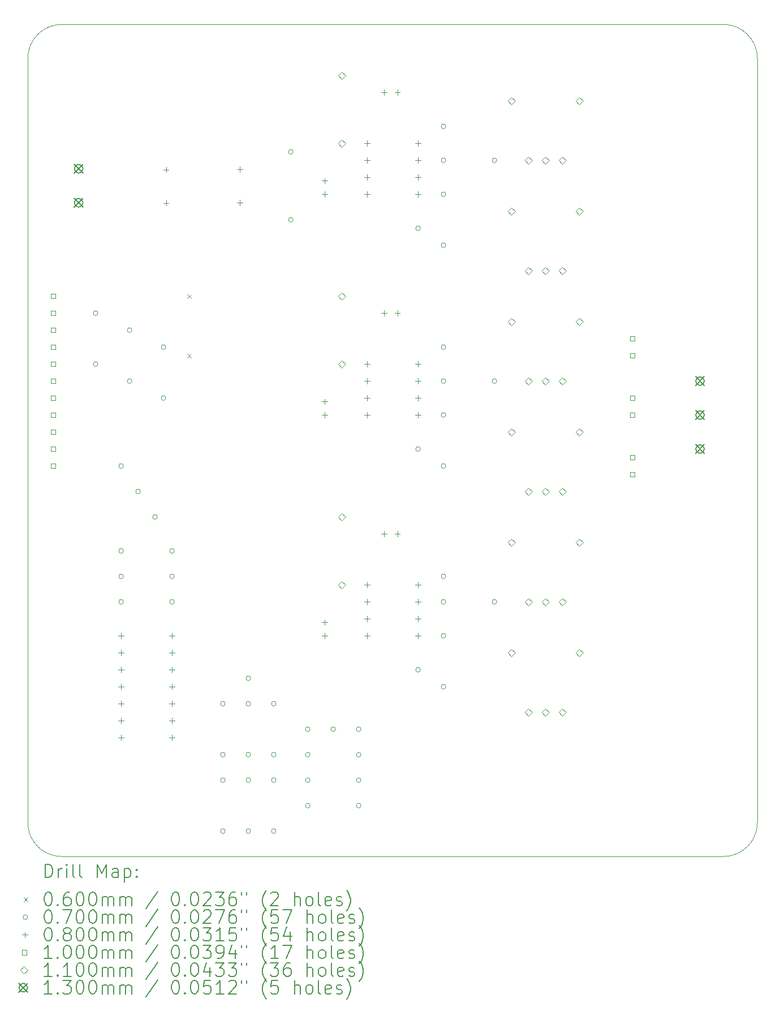
<source format=gbr>
%TF.GenerationSoftware,KiCad,Pcbnew,8.0.5*%
%TF.CreationDate,2024-10-10T19:29:24+02:00*%
%TF.ProjectId,ESC_MOTEUR_BRUSHLESS,4553435f-4d4f-4544-9555-525f42525553,rev?*%
%TF.SameCoordinates,Original*%
%TF.FileFunction,Drillmap*%
%TF.FilePolarity,Positive*%
%FSLAX45Y45*%
G04 Gerber Fmt 4.5, Leading zero omitted, Abs format (unit mm)*
G04 Created by KiCad (PCBNEW 8.0.5) date 2024-10-10 19:29:24*
%MOMM*%
%LPD*%
G01*
G04 APERTURE LIST*
%ADD10C,0.050000*%
%ADD11C,0.200000*%
%ADD12C,0.100000*%
%ADD13C,0.110000*%
%ADD14C,0.130000*%
G04 APERTURE END LIST*
D10*
X14732000Y-14986353D02*
X4826000Y-14986000D01*
X4318000Y-3048000D02*
G75*
G02*
X4826000Y-2540000I508000J0D01*
G01*
X4826000Y-14986000D02*
G75*
G02*
X4318000Y-14478000I0J508000D01*
G01*
X4318000Y-14478000D02*
X4318000Y-3048000D01*
X14732000Y-2540000D02*
G75*
G02*
X15240000Y-3048000I0J-508000D01*
G01*
X15240000Y-14478000D02*
G75*
G02*
X14732000Y-14986000I-508000J0D01*
G01*
X4826000Y-2540000D02*
X14732000Y-2540000D01*
X15240000Y-3048000D02*
X15240000Y-14478000D01*
D11*
D12*
X6701000Y-6574000D02*
X6761000Y-6634000D01*
X6761000Y-6574000D02*
X6701000Y-6634000D01*
X6701000Y-7463000D02*
X6761000Y-7523000D01*
X6761000Y-7463000D02*
X6701000Y-7523000D01*
X5369000Y-6858000D02*
G75*
G02*
X5299000Y-6858000I-35000J0D01*
G01*
X5299000Y-6858000D02*
G75*
G02*
X5369000Y-6858000I35000J0D01*
G01*
X5369000Y-7620000D02*
G75*
G02*
X5299000Y-7620000I-35000J0D01*
G01*
X5299000Y-7620000D02*
G75*
G02*
X5369000Y-7620000I35000J0D01*
G01*
X5750000Y-9144000D02*
G75*
G02*
X5680000Y-9144000I-35000J0D01*
G01*
X5680000Y-9144000D02*
G75*
G02*
X5750000Y-9144000I35000J0D01*
G01*
X5750000Y-10414000D02*
G75*
G02*
X5680000Y-10414000I-35000J0D01*
G01*
X5680000Y-10414000D02*
G75*
G02*
X5750000Y-10414000I35000J0D01*
G01*
X5750000Y-10795000D02*
G75*
G02*
X5680000Y-10795000I-35000J0D01*
G01*
X5680000Y-10795000D02*
G75*
G02*
X5750000Y-10795000I35000J0D01*
G01*
X5750000Y-11176000D02*
G75*
G02*
X5680000Y-11176000I-35000J0D01*
G01*
X5680000Y-11176000D02*
G75*
G02*
X5750000Y-11176000I35000J0D01*
G01*
X5877000Y-7112000D02*
G75*
G02*
X5807000Y-7112000I-35000J0D01*
G01*
X5807000Y-7112000D02*
G75*
G02*
X5877000Y-7112000I35000J0D01*
G01*
X5877000Y-7874000D02*
G75*
G02*
X5807000Y-7874000I-35000J0D01*
G01*
X5807000Y-7874000D02*
G75*
G02*
X5877000Y-7874000I35000J0D01*
G01*
X6004000Y-9525000D02*
G75*
G02*
X5934000Y-9525000I-35000J0D01*
G01*
X5934000Y-9525000D02*
G75*
G02*
X6004000Y-9525000I35000J0D01*
G01*
X6258000Y-9906000D02*
G75*
G02*
X6188000Y-9906000I-35000J0D01*
G01*
X6188000Y-9906000D02*
G75*
G02*
X6258000Y-9906000I35000J0D01*
G01*
X6385000Y-7366000D02*
G75*
G02*
X6315000Y-7366000I-35000J0D01*
G01*
X6315000Y-7366000D02*
G75*
G02*
X6385000Y-7366000I35000J0D01*
G01*
X6385000Y-8128000D02*
G75*
G02*
X6315000Y-8128000I-35000J0D01*
G01*
X6315000Y-8128000D02*
G75*
G02*
X6385000Y-8128000I35000J0D01*
G01*
X6512000Y-10414000D02*
G75*
G02*
X6442000Y-10414000I-35000J0D01*
G01*
X6442000Y-10414000D02*
G75*
G02*
X6512000Y-10414000I35000J0D01*
G01*
X6512000Y-10795000D02*
G75*
G02*
X6442000Y-10795000I-35000J0D01*
G01*
X6442000Y-10795000D02*
G75*
G02*
X6512000Y-10795000I35000J0D01*
G01*
X6512000Y-11176000D02*
G75*
G02*
X6442000Y-11176000I-35000J0D01*
G01*
X6442000Y-11176000D02*
G75*
G02*
X6512000Y-11176000I35000J0D01*
G01*
X7273500Y-12700000D02*
G75*
G02*
X7203500Y-12700000I-35000J0D01*
G01*
X7203500Y-12700000D02*
G75*
G02*
X7273500Y-12700000I35000J0D01*
G01*
X7273500Y-13462000D02*
G75*
G02*
X7203500Y-13462000I-35000J0D01*
G01*
X7203500Y-13462000D02*
G75*
G02*
X7273500Y-13462000I35000J0D01*
G01*
X7273500Y-13843000D02*
G75*
G02*
X7203500Y-13843000I-35000J0D01*
G01*
X7203500Y-13843000D02*
G75*
G02*
X7273500Y-13843000I35000J0D01*
G01*
X7273500Y-14605000D02*
G75*
G02*
X7203500Y-14605000I-35000J0D01*
G01*
X7203500Y-14605000D02*
G75*
G02*
X7273500Y-14605000I35000J0D01*
G01*
X7654500Y-12700000D02*
G75*
G02*
X7584500Y-12700000I-35000J0D01*
G01*
X7584500Y-12700000D02*
G75*
G02*
X7654500Y-12700000I35000J0D01*
G01*
X7654500Y-13462000D02*
G75*
G02*
X7584500Y-13462000I-35000J0D01*
G01*
X7584500Y-13462000D02*
G75*
G02*
X7654500Y-13462000I35000J0D01*
G01*
X7654500Y-13843000D02*
G75*
G02*
X7584500Y-13843000I-35000J0D01*
G01*
X7584500Y-13843000D02*
G75*
G02*
X7654500Y-13843000I35000J0D01*
G01*
X7654500Y-14605000D02*
G75*
G02*
X7584500Y-14605000I-35000J0D01*
G01*
X7584500Y-14605000D02*
G75*
G02*
X7654500Y-14605000I35000J0D01*
G01*
X7655000Y-12319000D02*
G75*
G02*
X7585000Y-12319000I-35000J0D01*
G01*
X7585000Y-12319000D02*
G75*
G02*
X7655000Y-12319000I35000J0D01*
G01*
X8035500Y-12700000D02*
G75*
G02*
X7965500Y-12700000I-35000J0D01*
G01*
X7965500Y-12700000D02*
G75*
G02*
X8035500Y-12700000I35000J0D01*
G01*
X8035500Y-13462000D02*
G75*
G02*
X7965500Y-13462000I-35000J0D01*
G01*
X7965500Y-13462000D02*
G75*
G02*
X8035500Y-13462000I35000J0D01*
G01*
X8035500Y-13843000D02*
G75*
G02*
X7965500Y-13843000I-35000J0D01*
G01*
X7965500Y-13843000D02*
G75*
G02*
X8035500Y-13843000I35000J0D01*
G01*
X8035500Y-14605000D02*
G75*
G02*
X7965500Y-14605000I-35000J0D01*
G01*
X7965500Y-14605000D02*
G75*
G02*
X8035500Y-14605000I35000J0D01*
G01*
X8290000Y-4445000D02*
G75*
G02*
X8220000Y-4445000I-35000J0D01*
G01*
X8220000Y-4445000D02*
G75*
G02*
X8290000Y-4445000I35000J0D01*
G01*
X8290000Y-5461000D02*
G75*
G02*
X8220000Y-5461000I-35000J0D01*
G01*
X8220000Y-5461000D02*
G75*
G02*
X8290000Y-5461000I35000J0D01*
G01*
X8544000Y-13081000D02*
G75*
G02*
X8474000Y-13081000I-35000J0D01*
G01*
X8474000Y-13081000D02*
G75*
G02*
X8544000Y-13081000I35000J0D01*
G01*
X8544500Y-13463000D02*
G75*
G02*
X8474500Y-13463000I-35000J0D01*
G01*
X8474500Y-13463000D02*
G75*
G02*
X8544500Y-13463000I35000J0D01*
G01*
X8544500Y-13844000D02*
G75*
G02*
X8474500Y-13844000I-35000J0D01*
G01*
X8474500Y-13844000D02*
G75*
G02*
X8544500Y-13844000I35000J0D01*
G01*
X8544500Y-14225000D02*
G75*
G02*
X8474500Y-14225000I-35000J0D01*
G01*
X8474500Y-14225000D02*
G75*
G02*
X8544500Y-14225000I35000J0D01*
G01*
X8925000Y-13081000D02*
G75*
G02*
X8855000Y-13081000I-35000J0D01*
G01*
X8855000Y-13081000D02*
G75*
G02*
X8925000Y-13081000I35000J0D01*
G01*
X9306000Y-13081000D02*
G75*
G02*
X9236000Y-13081000I-35000J0D01*
G01*
X9236000Y-13081000D02*
G75*
G02*
X9306000Y-13081000I35000J0D01*
G01*
X9306500Y-13463000D02*
G75*
G02*
X9236500Y-13463000I-35000J0D01*
G01*
X9236500Y-13463000D02*
G75*
G02*
X9306500Y-13463000I35000J0D01*
G01*
X9306500Y-13844000D02*
G75*
G02*
X9236500Y-13844000I-35000J0D01*
G01*
X9236500Y-13844000D02*
G75*
G02*
X9306500Y-13844000I35000J0D01*
G01*
X9306500Y-14225000D02*
G75*
G02*
X9236500Y-14225000I-35000J0D01*
G01*
X9236500Y-14225000D02*
G75*
G02*
X9306500Y-14225000I35000J0D01*
G01*
X10195000Y-5588000D02*
G75*
G02*
X10125000Y-5588000I-35000J0D01*
G01*
X10125000Y-5588000D02*
G75*
G02*
X10195000Y-5588000I35000J0D01*
G01*
X10195000Y-8890000D02*
G75*
G02*
X10125000Y-8890000I-35000J0D01*
G01*
X10125000Y-8890000D02*
G75*
G02*
X10195000Y-8890000I35000J0D01*
G01*
X10195000Y-12192000D02*
G75*
G02*
X10125000Y-12192000I-35000J0D01*
G01*
X10125000Y-12192000D02*
G75*
G02*
X10195000Y-12192000I35000J0D01*
G01*
X10576000Y-4064000D02*
G75*
G02*
X10506000Y-4064000I-35000J0D01*
G01*
X10506000Y-4064000D02*
G75*
G02*
X10576000Y-4064000I35000J0D01*
G01*
X10576000Y-4572000D02*
G75*
G02*
X10506000Y-4572000I-35000J0D01*
G01*
X10506000Y-4572000D02*
G75*
G02*
X10576000Y-4572000I35000J0D01*
G01*
X10576000Y-5080000D02*
G75*
G02*
X10506000Y-5080000I-35000J0D01*
G01*
X10506000Y-5080000D02*
G75*
G02*
X10576000Y-5080000I35000J0D01*
G01*
X10576000Y-5842000D02*
G75*
G02*
X10506000Y-5842000I-35000J0D01*
G01*
X10506000Y-5842000D02*
G75*
G02*
X10576000Y-5842000I35000J0D01*
G01*
X10576000Y-7366000D02*
G75*
G02*
X10506000Y-7366000I-35000J0D01*
G01*
X10506000Y-7366000D02*
G75*
G02*
X10576000Y-7366000I35000J0D01*
G01*
X10576000Y-7874000D02*
G75*
G02*
X10506000Y-7874000I-35000J0D01*
G01*
X10506000Y-7874000D02*
G75*
G02*
X10576000Y-7874000I35000J0D01*
G01*
X10576000Y-8382000D02*
G75*
G02*
X10506000Y-8382000I-35000J0D01*
G01*
X10506000Y-8382000D02*
G75*
G02*
X10576000Y-8382000I35000J0D01*
G01*
X10576000Y-9144000D02*
G75*
G02*
X10506000Y-9144000I-35000J0D01*
G01*
X10506000Y-9144000D02*
G75*
G02*
X10576000Y-9144000I35000J0D01*
G01*
X10576000Y-10795000D02*
G75*
G02*
X10506000Y-10795000I-35000J0D01*
G01*
X10506000Y-10795000D02*
G75*
G02*
X10576000Y-10795000I35000J0D01*
G01*
X10576000Y-11176000D02*
G75*
G02*
X10506000Y-11176000I-35000J0D01*
G01*
X10506000Y-11176000D02*
G75*
G02*
X10576000Y-11176000I35000J0D01*
G01*
X10576000Y-11684000D02*
G75*
G02*
X10506000Y-11684000I-35000J0D01*
G01*
X10506000Y-11684000D02*
G75*
G02*
X10576000Y-11684000I35000J0D01*
G01*
X10576000Y-12446000D02*
G75*
G02*
X10506000Y-12446000I-35000J0D01*
G01*
X10506000Y-12446000D02*
G75*
G02*
X10576000Y-12446000I35000J0D01*
G01*
X11338000Y-4572000D02*
G75*
G02*
X11268000Y-4572000I-35000J0D01*
G01*
X11268000Y-4572000D02*
G75*
G02*
X11338000Y-4572000I35000J0D01*
G01*
X11338000Y-7874000D02*
G75*
G02*
X11268000Y-7874000I-35000J0D01*
G01*
X11268000Y-7874000D02*
G75*
G02*
X11338000Y-7874000I35000J0D01*
G01*
X11338000Y-11176000D02*
G75*
G02*
X11268000Y-11176000I-35000J0D01*
G01*
X11268000Y-11176000D02*
G75*
G02*
X11338000Y-11176000I35000J0D01*
G01*
X5715000Y-11644000D02*
X5715000Y-11724000D01*
X5675000Y-11684000D02*
X5755000Y-11684000D01*
X5715000Y-11898000D02*
X5715000Y-11978000D01*
X5675000Y-11938000D02*
X5755000Y-11938000D01*
X5715000Y-12152000D02*
X5715000Y-12232000D01*
X5675000Y-12192000D02*
X5755000Y-12192000D01*
X5715000Y-12406000D02*
X5715000Y-12486000D01*
X5675000Y-12446000D02*
X5755000Y-12446000D01*
X5715000Y-12660000D02*
X5715000Y-12740000D01*
X5675000Y-12700000D02*
X5755000Y-12700000D01*
X5715000Y-12914000D02*
X5715000Y-12994000D01*
X5675000Y-12954000D02*
X5755000Y-12954000D01*
X5715000Y-13168000D02*
X5715000Y-13248000D01*
X5675000Y-13208000D02*
X5755000Y-13208000D01*
X6388000Y-4672735D02*
X6388000Y-4752735D01*
X6348000Y-4712735D02*
X6428000Y-4712735D01*
X6388000Y-5172735D02*
X6388000Y-5252735D01*
X6348000Y-5212735D02*
X6428000Y-5212735D01*
X6477000Y-11644000D02*
X6477000Y-11724000D01*
X6437000Y-11684000D02*
X6517000Y-11684000D01*
X6477000Y-11898000D02*
X6477000Y-11978000D01*
X6437000Y-11938000D02*
X6517000Y-11938000D01*
X6477000Y-12152000D02*
X6477000Y-12232000D01*
X6437000Y-12192000D02*
X6517000Y-12192000D01*
X6477000Y-12406000D02*
X6477000Y-12486000D01*
X6437000Y-12446000D02*
X6517000Y-12446000D01*
X6477000Y-12660000D02*
X6477000Y-12740000D01*
X6437000Y-12700000D02*
X6517000Y-12700000D01*
X6477000Y-12914000D02*
X6477000Y-12994000D01*
X6437000Y-12954000D02*
X6517000Y-12954000D01*
X6477000Y-13168000D02*
X6477000Y-13248000D01*
X6437000Y-13208000D02*
X6517000Y-13208000D01*
X7493000Y-4667000D02*
X7493000Y-4747000D01*
X7453000Y-4707000D02*
X7533000Y-4707000D01*
X7493000Y-5167000D02*
X7493000Y-5247000D01*
X7453000Y-5207000D02*
X7533000Y-5207000D01*
X8763000Y-4840000D02*
X8763000Y-4920000D01*
X8723000Y-4880000D02*
X8803000Y-4880000D01*
X8763000Y-5040000D02*
X8763000Y-5120000D01*
X8723000Y-5080000D02*
X8803000Y-5080000D01*
X8763000Y-8142000D02*
X8763000Y-8222000D01*
X8723000Y-8182000D02*
X8803000Y-8182000D01*
X8763000Y-8342000D02*
X8763000Y-8422000D01*
X8723000Y-8382000D02*
X8803000Y-8382000D01*
X8763000Y-11444000D02*
X8763000Y-11524000D01*
X8723000Y-11484000D02*
X8803000Y-11484000D01*
X8763000Y-11644000D02*
X8763000Y-11724000D01*
X8723000Y-11684000D02*
X8803000Y-11684000D01*
X9399000Y-4279000D02*
X9399000Y-4359000D01*
X9359000Y-4319000D02*
X9439000Y-4319000D01*
X9399000Y-4533000D02*
X9399000Y-4613000D01*
X9359000Y-4573000D02*
X9439000Y-4573000D01*
X9399000Y-4787000D02*
X9399000Y-4867000D01*
X9359000Y-4827000D02*
X9439000Y-4827000D01*
X9399000Y-5041000D02*
X9399000Y-5121000D01*
X9359000Y-5081000D02*
X9439000Y-5081000D01*
X9399000Y-7581000D02*
X9399000Y-7661000D01*
X9359000Y-7621000D02*
X9439000Y-7621000D01*
X9399000Y-7835000D02*
X9399000Y-7915000D01*
X9359000Y-7875000D02*
X9439000Y-7875000D01*
X9399000Y-8089000D02*
X9399000Y-8169000D01*
X9359000Y-8129000D02*
X9439000Y-8129000D01*
X9399000Y-8343000D02*
X9399000Y-8423000D01*
X9359000Y-8383000D02*
X9439000Y-8383000D01*
X9399000Y-10883000D02*
X9399000Y-10963000D01*
X9359000Y-10923000D02*
X9439000Y-10923000D01*
X9399000Y-11137000D02*
X9399000Y-11217000D01*
X9359000Y-11177000D02*
X9439000Y-11177000D01*
X9399000Y-11391000D02*
X9399000Y-11471000D01*
X9359000Y-11431000D02*
X9439000Y-11431000D01*
X9399000Y-11645000D02*
X9399000Y-11725000D01*
X9359000Y-11685000D02*
X9439000Y-11685000D01*
X9652000Y-3516000D02*
X9652000Y-3596000D01*
X9612000Y-3556000D02*
X9692000Y-3556000D01*
X9652000Y-6818000D02*
X9652000Y-6898000D01*
X9612000Y-6858000D02*
X9692000Y-6858000D01*
X9652000Y-10120000D02*
X9652000Y-10200000D01*
X9612000Y-10160000D02*
X9692000Y-10160000D01*
X9852000Y-3516000D02*
X9852000Y-3596000D01*
X9812000Y-3556000D02*
X9892000Y-3556000D01*
X9852000Y-6818000D02*
X9852000Y-6898000D01*
X9812000Y-6858000D02*
X9892000Y-6858000D01*
X9852000Y-10120000D02*
X9852000Y-10200000D01*
X9812000Y-10160000D02*
X9892000Y-10160000D01*
X10161000Y-4279000D02*
X10161000Y-4359000D01*
X10121000Y-4319000D02*
X10201000Y-4319000D01*
X10161000Y-4533000D02*
X10161000Y-4613000D01*
X10121000Y-4573000D02*
X10201000Y-4573000D01*
X10161000Y-4787000D02*
X10161000Y-4867000D01*
X10121000Y-4827000D02*
X10201000Y-4827000D01*
X10161000Y-5041000D02*
X10161000Y-5121000D01*
X10121000Y-5081000D02*
X10201000Y-5081000D01*
X10161000Y-7581000D02*
X10161000Y-7661000D01*
X10121000Y-7621000D02*
X10201000Y-7621000D01*
X10161000Y-7835000D02*
X10161000Y-7915000D01*
X10121000Y-7875000D02*
X10201000Y-7875000D01*
X10161000Y-8089000D02*
X10161000Y-8169000D01*
X10121000Y-8129000D02*
X10201000Y-8129000D01*
X10161000Y-8343000D02*
X10161000Y-8423000D01*
X10121000Y-8383000D02*
X10201000Y-8383000D01*
X10161000Y-10883000D02*
X10161000Y-10963000D01*
X10121000Y-10923000D02*
X10201000Y-10923000D01*
X10161000Y-11137000D02*
X10161000Y-11217000D01*
X10121000Y-11177000D02*
X10201000Y-11177000D01*
X10161000Y-11391000D02*
X10161000Y-11471000D01*
X10121000Y-11431000D02*
X10201000Y-11431000D01*
X10161000Y-11645000D02*
X10161000Y-11725000D01*
X10121000Y-11685000D02*
X10201000Y-11685000D01*
X4734356Y-6639356D02*
X4734356Y-6568644D01*
X4663644Y-6568644D01*
X4663644Y-6639356D01*
X4734356Y-6639356D01*
X4734356Y-6893356D02*
X4734356Y-6822644D01*
X4663644Y-6822644D01*
X4663644Y-6893356D01*
X4734356Y-6893356D01*
X4734356Y-7147356D02*
X4734356Y-7076644D01*
X4663644Y-7076644D01*
X4663644Y-7147356D01*
X4734356Y-7147356D01*
X4734356Y-7401356D02*
X4734356Y-7330644D01*
X4663644Y-7330644D01*
X4663644Y-7401356D01*
X4734356Y-7401356D01*
X4734356Y-7655356D02*
X4734356Y-7584644D01*
X4663644Y-7584644D01*
X4663644Y-7655356D01*
X4734356Y-7655356D01*
X4734356Y-7909356D02*
X4734356Y-7838644D01*
X4663644Y-7838644D01*
X4663644Y-7909356D01*
X4734356Y-7909356D01*
X4734356Y-8163356D02*
X4734356Y-8092644D01*
X4663644Y-8092644D01*
X4663644Y-8163356D01*
X4734356Y-8163356D01*
X4734356Y-8417356D02*
X4734356Y-8346644D01*
X4663644Y-8346644D01*
X4663644Y-8417356D01*
X4734356Y-8417356D01*
X4734356Y-8671356D02*
X4734356Y-8600644D01*
X4663644Y-8600644D01*
X4663644Y-8671356D01*
X4734356Y-8671356D01*
X4734356Y-8925356D02*
X4734356Y-8854644D01*
X4663644Y-8854644D01*
X4663644Y-8925356D01*
X4734356Y-8925356D01*
X4734356Y-9179356D02*
X4734356Y-9108644D01*
X4663644Y-9108644D01*
X4663644Y-9179356D01*
X4734356Y-9179356D01*
X13400856Y-7274856D02*
X13400856Y-7204144D01*
X13330144Y-7204144D01*
X13330144Y-7274856D01*
X13400856Y-7274856D01*
X13400856Y-7528856D02*
X13400856Y-7458144D01*
X13330144Y-7458144D01*
X13330144Y-7528856D01*
X13400856Y-7528856D01*
X13400856Y-8163856D02*
X13400856Y-8093144D01*
X13330144Y-8093144D01*
X13330144Y-8163856D01*
X13400856Y-8163856D01*
X13400856Y-8417856D02*
X13400856Y-8347144D01*
X13330144Y-8347144D01*
X13330144Y-8417856D01*
X13400856Y-8417856D01*
X13400856Y-9052856D02*
X13400856Y-8982144D01*
X13330144Y-8982144D01*
X13330144Y-9052856D01*
X13400856Y-9052856D01*
X13400856Y-9306856D02*
X13400856Y-9236144D01*
X13330144Y-9236144D01*
X13330144Y-9306856D01*
X13400856Y-9306856D01*
D13*
X9017000Y-3357000D02*
X9072000Y-3302000D01*
X9017000Y-3247000D01*
X8962000Y-3302000D01*
X9017000Y-3357000D01*
X9017000Y-4373000D02*
X9072000Y-4318000D01*
X9017000Y-4263000D01*
X8962000Y-4318000D01*
X9017000Y-4373000D01*
X9017000Y-6659000D02*
X9072000Y-6604000D01*
X9017000Y-6549000D01*
X8962000Y-6604000D01*
X9017000Y-6659000D01*
X9017000Y-7675000D02*
X9072000Y-7620000D01*
X9017000Y-7565000D01*
X8962000Y-7620000D01*
X9017000Y-7675000D01*
X9017000Y-9961000D02*
X9072000Y-9906000D01*
X9017000Y-9851000D01*
X8962000Y-9906000D01*
X9017000Y-9961000D01*
X9017000Y-10977000D02*
X9072000Y-10922000D01*
X9017000Y-10867000D01*
X8962000Y-10922000D01*
X9017000Y-10977000D01*
X11557000Y-3738000D02*
X11612000Y-3683000D01*
X11557000Y-3628000D01*
X11502000Y-3683000D01*
X11557000Y-3738000D01*
X11557000Y-5389000D02*
X11612000Y-5334000D01*
X11557000Y-5279000D01*
X11502000Y-5334000D01*
X11557000Y-5389000D01*
X11557000Y-7040000D02*
X11612000Y-6985000D01*
X11557000Y-6930000D01*
X11502000Y-6985000D01*
X11557000Y-7040000D01*
X11557000Y-8691000D02*
X11612000Y-8636000D01*
X11557000Y-8581000D01*
X11502000Y-8636000D01*
X11557000Y-8691000D01*
X11557000Y-10342000D02*
X11612000Y-10287000D01*
X11557000Y-10232000D01*
X11502000Y-10287000D01*
X11557000Y-10342000D01*
X11557000Y-11993000D02*
X11612000Y-11938000D01*
X11557000Y-11883000D01*
X11502000Y-11938000D01*
X11557000Y-11993000D01*
X11811000Y-4627000D02*
X11866000Y-4572000D01*
X11811000Y-4517000D01*
X11756000Y-4572000D01*
X11811000Y-4627000D01*
X11811000Y-6278000D02*
X11866000Y-6223000D01*
X11811000Y-6168000D01*
X11756000Y-6223000D01*
X11811000Y-6278000D01*
X11811000Y-7929000D02*
X11866000Y-7874000D01*
X11811000Y-7819000D01*
X11756000Y-7874000D01*
X11811000Y-7929000D01*
X11811000Y-9580000D02*
X11866000Y-9525000D01*
X11811000Y-9470000D01*
X11756000Y-9525000D01*
X11811000Y-9580000D01*
X11811000Y-11232000D02*
X11866000Y-11177000D01*
X11811000Y-11122000D01*
X11756000Y-11177000D01*
X11811000Y-11232000D01*
X11811000Y-12882000D02*
X11866000Y-12827000D01*
X11811000Y-12772000D01*
X11756000Y-12827000D01*
X11811000Y-12882000D01*
X12065000Y-4627000D02*
X12120000Y-4572000D01*
X12065000Y-4517000D01*
X12010000Y-4572000D01*
X12065000Y-4627000D01*
X12065000Y-6278000D02*
X12120000Y-6223000D01*
X12065000Y-6168000D01*
X12010000Y-6223000D01*
X12065000Y-6278000D01*
X12065000Y-7929000D02*
X12120000Y-7874000D01*
X12065000Y-7819000D01*
X12010000Y-7874000D01*
X12065000Y-7929000D01*
X12065000Y-9580000D02*
X12120000Y-9525000D01*
X12065000Y-9470000D01*
X12010000Y-9525000D01*
X12065000Y-9580000D01*
X12065000Y-11232000D02*
X12120000Y-11177000D01*
X12065000Y-11122000D01*
X12010000Y-11177000D01*
X12065000Y-11232000D01*
X12065000Y-12882000D02*
X12120000Y-12827000D01*
X12065000Y-12772000D01*
X12010000Y-12827000D01*
X12065000Y-12882000D01*
X12319000Y-4627000D02*
X12374000Y-4572000D01*
X12319000Y-4517000D01*
X12264000Y-4572000D01*
X12319000Y-4627000D01*
X12319000Y-6278000D02*
X12374000Y-6223000D01*
X12319000Y-6168000D01*
X12264000Y-6223000D01*
X12319000Y-6278000D01*
X12319000Y-7929000D02*
X12374000Y-7874000D01*
X12319000Y-7819000D01*
X12264000Y-7874000D01*
X12319000Y-7929000D01*
X12319000Y-9580000D02*
X12374000Y-9525000D01*
X12319000Y-9470000D01*
X12264000Y-9525000D01*
X12319000Y-9580000D01*
X12319000Y-11232000D02*
X12374000Y-11177000D01*
X12319000Y-11122000D01*
X12264000Y-11177000D01*
X12319000Y-11232000D01*
X12319000Y-12882000D02*
X12374000Y-12827000D01*
X12319000Y-12772000D01*
X12264000Y-12827000D01*
X12319000Y-12882000D01*
X12573000Y-3738000D02*
X12628000Y-3683000D01*
X12573000Y-3628000D01*
X12518000Y-3683000D01*
X12573000Y-3738000D01*
X12573000Y-5389000D02*
X12628000Y-5334000D01*
X12573000Y-5279000D01*
X12518000Y-5334000D01*
X12573000Y-5389000D01*
X12573000Y-7040000D02*
X12628000Y-6985000D01*
X12573000Y-6930000D01*
X12518000Y-6985000D01*
X12573000Y-7040000D01*
X12573000Y-8691000D02*
X12628000Y-8636000D01*
X12573000Y-8581000D01*
X12518000Y-8636000D01*
X12573000Y-8691000D01*
X12573000Y-10342000D02*
X12628000Y-10287000D01*
X12573000Y-10232000D01*
X12518000Y-10287000D01*
X12573000Y-10342000D01*
X12573000Y-11993000D02*
X12628000Y-11938000D01*
X12573000Y-11883000D01*
X12518000Y-11938000D01*
X12573000Y-11993000D01*
D14*
X5015000Y-4634000D02*
X5145000Y-4764000D01*
X5145000Y-4634000D02*
X5015000Y-4764000D01*
X5145000Y-4699000D02*
G75*
G02*
X5015000Y-4699000I-65000J0D01*
G01*
X5015000Y-4699000D02*
G75*
G02*
X5145000Y-4699000I65000J0D01*
G01*
X5015000Y-5142000D02*
X5145000Y-5272000D01*
X5145000Y-5142000D02*
X5015000Y-5272000D01*
X5145000Y-5207000D02*
G75*
G02*
X5015000Y-5207000I-65000J0D01*
G01*
X5015000Y-5207000D02*
G75*
G02*
X5145000Y-5207000I65000J0D01*
G01*
X14316500Y-7809500D02*
X14446500Y-7939500D01*
X14446500Y-7809500D02*
X14316500Y-7939500D01*
X14446500Y-7874500D02*
G75*
G02*
X14316500Y-7874500I-65000J0D01*
G01*
X14316500Y-7874500D02*
G75*
G02*
X14446500Y-7874500I65000J0D01*
G01*
X14316500Y-8317500D02*
X14446500Y-8447500D01*
X14446500Y-8317500D02*
X14316500Y-8447500D01*
X14446500Y-8382500D02*
G75*
G02*
X14316500Y-8382500I-65000J0D01*
G01*
X14316500Y-8382500D02*
G75*
G02*
X14446500Y-8382500I65000J0D01*
G01*
X14316500Y-8825500D02*
X14446500Y-8955500D01*
X14446500Y-8825500D02*
X14316500Y-8955500D01*
X14446500Y-8890500D02*
G75*
G02*
X14316500Y-8890500I-65000J0D01*
G01*
X14316500Y-8890500D02*
G75*
G02*
X14446500Y-8890500I65000J0D01*
G01*
D11*
X4576277Y-15300337D02*
X4576277Y-15100337D01*
X4576277Y-15100337D02*
X4623896Y-15100337D01*
X4623896Y-15100337D02*
X4652467Y-15109861D01*
X4652467Y-15109861D02*
X4671515Y-15128908D01*
X4671515Y-15128908D02*
X4681039Y-15147956D01*
X4681039Y-15147956D02*
X4690563Y-15186051D01*
X4690563Y-15186051D02*
X4690563Y-15214623D01*
X4690563Y-15214623D02*
X4681039Y-15252718D01*
X4681039Y-15252718D02*
X4671515Y-15271765D01*
X4671515Y-15271765D02*
X4652467Y-15290813D01*
X4652467Y-15290813D02*
X4623896Y-15300337D01*
X4623896Y-15300337D02*
X4576277Y-15300337D01*
X4776277Y-15300337D02*
X4776277Y-15167003D01*
X4776277Y-15205099D02*
X4785801Y-15186051D01*
X4785801Y-15186051D02*
X4795324Y-15176527D01*
X4795324Y-15176527D02*
X4814372Y-15167003D01*
X4814372Y-15167003D02*
X4833420Y-15167003D01*
X4900086Y-15300337D02*
X4900086Y-15167003D01*
X4900086Y-15100337D02*
X4890563Y-15109861D01*
X4890563Y-15109861D02*
X4900086Y-15119384D01*
X4900086Y-15119384D02*
X4909610Y-15109861D01*
X4909610Y-15109861D02*
X4900086Y-15100337D01*
X4900086Y-15100337D02*
X4900086Y-15119384D01*
X5023896Y-15300337D02*
X5004848Y-15290813D01*
X5004848Y-15290813D02*
X4995324Y-15271765D01*
X4995324Y-15271765D02*
X4995324Y-15100337D01*
X5128658Y-15300337D02*
X5109610Y-15290813D01*
X5109610Y-15290813D02*
X5100086Y-15271765D01*
X5100086Y-15271765D02*
X5100086Y-15100337D01*
X5357229Y-15300337D02*
X5357229Y-15100337D01*
X5357229Y-15100337D02*
X5423896Y-15243194D01*
X5423896Y-15243194D02*
X5490563Y-15100337D01*
X5490563Y-15100337D02*
X5490563Y-15300337D01*
X5671515Y-15300337D02*
X5671515Y-15195575D01*
X5671515Y-15195575D02*
X5661991Y-15176527D01*
X5661991Y-15176527D02*
X5642943Y-15167003D01*
X5642943Y-15167003D02*
X5604848Y-15167003D01*
X5604848Y-15167003D02*
X5585801Y-15176527D01*
X5671515Y-15290813D02*
X5652467Y-15300337D01*
X5652467Y-15300337D02*
X5604848Y-15300337D01*
X5604848Y-15300337D02*
X5585801Y-15290813D01*
X5585801Y-15290813D02*
X5576277Y-15271765D01*
X5576277Y-15271765D02*
X5576277Y-15252718D01*
X5576277Y-15252718D02*
X5585801Y-15233670D01*
X5585801Y-15233670D02*
X5604848Y-15224146D01*
X5604848Y-15224146D02*
X5652467Y-15224146D01*
X5652467Y-15224146D02*
X5671515Y-15214623D01*
X5766753Y-15167003D02*
X5766753Y-15367003D01*
X5766753Y-15176527D02*
X5785801Y-15167003D01*
X5785801Y-15167003D02*
X5823896Y-15167003D01*
X5823896Y-15167003D02*
X5842943Y-15176527D01*
X5842943Y-15176527D02*
X5852467Y-15186051D01*
X5852467Y-15186051D02*
X5861991Y-15205099D01*
X5861991Y-15205099D02*
X5861991Y-15262242D01*
X5861991Y-15262242D02*
X5852467Y-15281289D01*
X5852467Y-15281289D02*
X5842943Y-15290813D01*
X5842943Y-15290813D02*
X5823896Y-15300337D01*
X5823896Y-15300337D02*
X5785801Y-15300337D01*
X5785801Y-15300337D02*
X5766753Y-15290813D01*
X5947705Y-15281289D02*
X5957229Y-15290813D01*
X5957229Y-15290813D02*
X5947705Y-15300337D01*
X5947705Y-15300337D02*
X5938182Y-15290813D01*
X5938182Y-15290813D02*
X5947705Y-15281289D01*
X5947705Y-15281289D02*
X5947705Y-15300337D01*
X5947705Y-15176527D02*
X5957229Y-15186051D01*
X5957229Y-15186051D02*
X5947705Y-15195575D01*
X5947705Y-15195575D02*
X5938182Y-15186051D01*
X5938182Y-15186051D02*
X5947705Y-15176527D01*
X5947705Y-15176527D02*
X5947705Y-15195575D01*
D12*
X4255500Y-15598853D02*
X4315500Y-15658853D01*
X4315500Y-15598853D02*
X4255500Y-15658853D01*
D11*
X4614372Y-15520337D02*
X4633420Y-15520337D01*
X4633420Y-15520337D02*
X4652467Y-15529861D01*
X4652467Y-15529861D02*
X4661991Y-15539384D01*
X4661991Y-15539384D02*
X4671515Y-15558432D01*
X4671515Y-15558432D02*
X4681039Y-15596527D01*
X4681039Y-15596527D02*
X4681039Y-15644146D01*
X4681039Y-15644146D02*
X4671515Y-15682242D01*
X4671515Y-15682242D02*
X4661991Y-15701289D01*
X4661991Y-15701289D02*
X4652467Y-15710813D01*
X4652467Y-15710813D02*
X4633420Y-15720337D01*
X4633420Y-15720337D02*
X4614372Y-15720337D01*
X4614372Y-15720337D02*
X4595324Y-15710813D01*
X4595324Y-15710813D02*
X4585801Y-15701289D01*
X4585801Y-15701289D02*
X4576277Y-15682242D01*
X4576277Y-15682242D02*
X4566753Y-15644146D01*
X4566753Y-15644146D02*
X4566753Y-15596527D01*
X4566753Y-15596527D02*
X4576277Y-15558432D01*
X4576277Y-15558432D02*
X4585801Y-15539384D01*
X4585801Y-15539384D02*
X4595324Y-15529861D01*
X4595324Y-15529861D02*
X4614372Y-15520337D01*
X4766753Y-15701289D02*
X4776277Y-15710813D01*
X4776277Y-15710813D02*
X4766753Y-15720337D01*
X4766753Y-15720337D02*
X4757229Y-15710813D01*
X4757229Y-15710813D02*
X4766753Y-15701289D01*
X4766753Y-15701289D02*
X4766753Y-15720337D01*
X4947705Y-15520337D02*
X4909610Y-15520337D01*
X4909610Y-15520337D02*
X4890563Y-15529861D01*
X4890563Y-15529861D02*
X4881039Y-15539384D01*
X4881039Y-15539384D02*
X4861991Y-15567956D01*
X4861991Y-15567956D02*
X4852467Y-15606051D01*
X4852467Y-15606051D02*
X4852467Y-15682242D01*
X4852467Y-15682242D02*
X4861991Y-15701289D01*
X4861991Y-15701289D02*
X4871515Y-15710813D01*
X4871515Y-15710813D02*
X4890563Y-15720337D01*
X4890563Y-15720337D02*
X4928658Y-15720337D01*
X4928658Y-15720337D02*
X4947705Y-15710813D01*
X4947705Y-15710813D02*
X4957229Y-15701289D01*
X4957229Y-15701289D02*
X4966753Y-15682242D01*
X4966753Y-15682242D02*
X4966753Y-15634623D01*
X4966753Y-15634623D02*
X4957229Y-15615575D01*
X4957229Y-15615575D02*
X4947705Y-15606051D01*
X4947705Y-15606051D02*
X4928658Y-15596527D01*
X4928658Y-15596527D02*
X4890563Y-15596527D01*
X4890563Y-15596527D02*
X4871515Y-15606051D01*
X4871515Y-15606051D02*
X4861991Y-15615575D01*
X4861991Y-15615575D02*
X4852467Y-15634623D01*
X5090563Y-15520337D02*
X5109610Y-15520337D01*
X5109610Y-15520337D02*
X5128658Y-15529861D01*
X5128658Y-15529861D02*
X5138182Y-15539384D01*
X5138182Y-15539384D02*
X5147705Y-15558432D01*
X5147705Y-15558432D02*
X5157229Y-15596527D01*
X5157229Y-15596527D02*
X5157229Y-15644146D01*
X5157229Y-15644146D02*
X5147705Y-15682242D01*
X5147705Y-15682242D02*
X5138182Y-15701289D01*
X5138182Y-15701289D02*
X5128658Y-15710813D01*
X5128658Y-15710813D02*
X5109610Y-15720337D01*
X5109610Y-15720337D02*
X5090563Y-15720337D01*
X5090563Y-15720337D02*
X5071515Y-15710813D01*
X5071515Y-15710813D02*
X5061991Y-15701289D01*
X5061991Y-15701289D02*
X5052467Y-15682242D01*
X5052467Y-15682242D02*
X5042944Y-15644146D01*
X5042944Y-15644146D02*
X5042944Y-15596527D01*
X5042944Y-15596527D02*
X5052467Y-15558432D01*
X5052467Y-15558432D02*
X5061991Y-15539384D01*
X5061991Y-15539384D02*
X5071515Y-15529861D01*
X5071515Y-15529861D02*
X5090563Y-15520337D01*
X5281039Y-15520337D02*
X5300086Y-15520337D01*
X5300086Y-15520337D02*
X5319134Y-15529861D01*
X5319134Y-15529861D02*
X5328658Y-15539384D01*
X5328658Y-15539384D02*
X5338182Y-15558432D01*
X5338182Y-15558432D02*
X5347705Y-15596527D01*
X5347705Y-15596527D02*
X5347705Y-15644146D01*
X5347705Y-15644146D02*
X5338182Y-15682242D01*
X5338182Y-15682242D02*
X5328658Y-15701289D01*
X5328658Y-15701289D02*
X5319134Y-15710813D01*
X5319134Y-15710813D02*
X5300086Y-15720337D01*
X5300086Y-15720337D02*
X5281039Y-15720337D01*
X5281039Y-15720337D02*
X5261991Y-15710813D01*
X5261991Y-15710813D02*
X5252467Y-15701289D01*
X5252467Y-15701289D02*
X5242944Y-15682242D01*
X5242944Y-15682242D02*
X5233420Y-15644146D01*
X5233420Y-15644146D02*
X5233420Y-15596527D01*
X5233420Y-15596527D02*
X5242944Y-15558432D01*
X5242944Y-15558432D02*
X5252467Y-15539384D01*
X5252467Y-15539384D02*
X5261991Y-15529861D01*
X5261991Y-15529861D02*
X5281039Y-15520337D01*
X5433420Y-15720337D02*
X5433420Y-15587003D01*
X5433420Y-15606051D02*
X5442944Y-15596527D01*
X5442944Y-15596527D02*
X5461991Y-15587003D01*
X5461991Y-15587003D02*
X5490563Y-15587003D01*
X5490563Y-15587003D02*
X5509610Y-15596527D01*
X5509610Y-15596527D02*
X5519134Y-15615575D01*
X5519134Y-15615575D02*
X5519134Y-15720337D01*
X5519134Y-15615575D02*
X5528658Y-15596527D01*
X5528658Y-15596527D02*
X5547705Y-15587003D01*
X5547705Y-15587003D02*
X5576277Y-15587003D01*
X5576277Y-15587003D02*
X5595324Y-15596527D01*
X5595324Y-15596527D02*
X5604848Y-15615575D01*
X5604848Y-15615575D02*
X5604848Y-15720337D01*
X5700086Y-15720337D02*
X5700086Y-15587003D01*
X5700086Y-15606051D02*
X5709610Y-15596527D01*
X5709610Y-15596527D02*
X5728658Y-15587003D01*
X5728658Y-15587003D02*
X5757229Y-15587003D01*
X5757229Y-15587003D02*
X5776277Y-15596527D01*
X5776277Y-15596527D02*
X5785801Y-15615575D01*
X5785801Y-15615575D02*
X5785801Y-15720337D01*
X5785801Y-15615575D02*
X5795324Y-15596527D01*
X5795324Y-15596527D02*
X5814372Y-15587003D01*
X5814372Y-15587003D02*
X5842943Y-15587003D01*
X5842943Y-15587003D02*
X5861991Y-15596527D01*
X5861991Y-15596527D02*
X5871515Y-15615575D01*
X5871515Y-15615575D02*
X5871515Y-15720337D01*
X6261991Y-15510813D02*
X6090563Y-15767956D01*
X6519134Y-15520337D02*
X6538182Y-15520337D01*
X6538182Y-15520337D02*
X6557229Y-15529861D01*
X6557229Y-15529861D02*
X6566753Y-15539384D01*
X6566753Y-15539384D02*
X6576277Y-15558432D01*
X6576277Y-15558432D02*
X6585801Y-15596527D01*
X6585801Y-15596527D02*
X6585801Y-15644146D01*
X6585801Y-15644146D02*
X6576277Y-15682242D01*
X6576277Y-15682242D02*
X6566753Y-15701289D01*
X6566753Y-15701289D02*
X6557229Y-15710813D01*
X6557229Y-15710813D02*
X6538182Y-15720337D01*
X6538182Y-15720337D02*
X6519134Y-15720337D01*
X6519134Y-15720337D02*
X6500086Y-15710813D01*
X6500086Y-15710813D02*
X6490563Y-15701289D01*
X6490563Y-15701289D02*
X6481039Y-15682242D01*
X6481039Y-15682242D02*
X6471515Y-15644146D01*
X6471515Y-15644146D02*
X6471515Y-15596527D01*
X6471515Y-15596527D02*
X6481039Y-15558432D01*
X6481039Y-15558432D02*
X6490563Y-15539384D01*
X6490563Y-15539384D02*
X6500086Y-15529861D01*
X6500086Y-15529861D02*
X6519134Y-15520337D01*
X6671515Y-15701289D02*
X6681039Y-15710813D01*
X6681039Y-15710813D02*
X6671515Y-15720337D01*
X6671515Y-15720337D02*
X6661991Y-15710813D01*
X6661991Y-15710813D02*
X6671515Y-15701289D01*
X6671515Y-15701289D02*
X6671515Y-15720337D01*
X6804848Y-15520337D02*
X6823896Y-15520337D01*
X6823896Y-15520337D02*
X6842944Y-15529861D01*
X6842944Y-15529861D02*
X6852467Y-15539384D01*
X6852467Y-15539384D02*
X6861991Y-15558432D01*
X6861991Y-15558432D02*
X6871515Y-15596527D01*
X6871515Y-15596527D02*
X6871515Y-15644146D01*
X6871515Y-15644146D02*
X6861991Y-15682242D01*
X6861991Y-15682242D02*
X6852467Y-15701289D01*
X6852467Y-15701289D02*
X6842944Y-15710813D01*
X6842944Y-15710813D02*
X6823896Y-15720337D01*
X6823896Y-15720337D02*
X6804848Y-15720337D01*
X6804848Y-15720337D02*
X6785801Y-15710813D01*
X6785801Y-15710813D02*
X6776277Y-15701289D01*
X6776277Y-15701289D02*
X6766753Y-15682242D01*
X6766753Y-15682242D02*
X6757229Y-15644146D01*
X6757229Y-15644146D02*
X6757229Y-15596527D01*
X6757229Y-15596527D02*
X6766753Y-15558432D01*
X6766753Y-15558432D02*
X6776277Y-15539384D01*
X6776277Y-15539384D02*
X6785801Y-15529861D01*
X6785801Y-15529861D02*
X6804848Y-15520337D01*
X6947706Y-15539384D02*
X6957229Y-15529861D01*
X6957229Y-15529861D02*
X6976277Y-15520337D01*
X6976277Y-15520337D02*
X7023896Y-15520337D01*
X7023896Y-15520337D02*
X7042944Y-15529861D01*
X7042944Y-15529861D02*
X7052467Y-15539384D01*
X7052467Y-15539384D02*
X7061991Y-15558432D01*
X7061991Y-15558432D02*
X7061991Y-15577480D01*
X7061991Y-15577480D02*
X7052467Y-15606051D01*
X7052467Y-15606051D02*
X6938182Y-15720337D01*
X6938182Y-15720337D02*
X7061991Y-15720337D01*
X7128658Y-15520337D02*
X7252467Y-15520337D01*
X7252467Y-15520337D02*
X7185801Y-15596527D01*
X7185801Y-15596527D02*
X7214372Y-15596527D01*
X7214372Y-15596527D02*
X7233420Y-15606051D01*
X7233420Y-15606051D02*
X7242944Y-15615575D01*
X7242944Y-15615575D02*
X7252467Y-15634623D01*
X7252467Y-15634623D02*
X7252467Y-15682242D01*
X7252467Y-15682242D02*
X7242944Y-15701289D01*
X7242944Y-15701289D02*
X7233420Y-15710813D01*
X7233420Y-15710813D02*
X7214372Y-15720337D01*
X7214372Y-15720337D02*
X7157229Y-15720337D01*
X7157229Y-15720337D02*
X7138182Y-15710813D01*
X7138182Y-15710813D02*
X7128658Y-15701289D01*
X7423896Y-15520337D02*
X7385801Y-15520337D01*
X7385801Y-15520337D02*
X7366753Y-15529861D01*
X7366753Y-15529861D02*
X7357229Y-15539384D01*
X7357229Y-15539384D02*
X7338182Y-15567956D01*
X7338182Y-15567956D02*
X7328658Y-15606051D01*
X7328658Y-15606051D02*
X7328658Y-15682242D01*
X7328658Y-15682242D02*
X7338182Y-15701289D01*
X7338182Y-15701289D02*
X7347706Y-15710813D01*
X7347706Y-15710813D02*
X7366753Y-15720337D01*
X7366753Y-15720337D02*
X7404848Y-15720337D01*
X7404848Y-15720337D02*
X7423896Y-15710813D01*
X7423896Y-15710813D02*
X7433420Y-15701289D01*
X7433420Y-15701289D02*
X7442944Y-15682242D01*
X7442944Y-15682242D02*
X7442944Y-15634623D01*
X7442944Y-15634623D02*
X7433420Y-15615575D01*
X7433420Y-15615575D02*
X7423896Y-15606051D01*
X7423896Y-15606051D02*
X7404848Y-15596527D01*
X7404848Y-15596527D02*
X7366753Y-15596527D01*
X7366753Y-15596527D02*
X7347706Y-15606051D01*
X7347706Y-15606051D02*
X7338182Y-15615575D01*
X7338182Y-15615575D02*
X7328658Y-15634623D01*
X7519134Y-15520337D02*
X7519134Y-15558432D01*
X7595325Y-15520337D02*
X7595325Y-15558432D01*
X7890563Y-15796527D02*
X7881039Y-15787003D01*
X7881039Y-15787003D02*
X7861991Y-15758432D01*
X7861991Y-15758432D02*
X7852468Y-15739384D01*
X7852468Y-15739384D02*
X7842944Y-15710813D01*
X7842944Y-15710813D02*
X7833420Y-15663194D01*
X7833420Y-15663194D02*
X7833420Y-15625099D01*
X7833420Y-15625099D02*
X7842944Y-15577480D01*
X7842944Y-15577480D02*
X7852468Y-15548908D01*
X7852468Y-15548908D02*
X7861991Y-15529861D01*
X7861991Y-15529861D02*
X7881039Y-15501289D01*
X7881039Y-15501289D02*
X7890563Y-15491765D01*
X7957229Y-15539384D02*
X7966753Y-15529861D01*
X7966753Y-15529861D02*
X7985801Y-15520337D01*
X7985801Y-15520337D02*
X8033420Y-15520337D01*
X8033420Y-15520337D02*
X8052468Y-15529861D01*
X8052468Y-15529861D02*
X8061991Y-15539384D01*
X8061991Y-15539384D02*
X8071515Y-15558432D01*
X8071515Y-15558432D02*
X8071515Y-15577480D01*
X8071515Y-15577480D02*
X8061991Y-15606051D01*
X8061991Y-15606051D02*
X7947706Y-15720337D01*
X7947706Y-15720337D02*
X8071515Y-15720337D01*
X8309610Y-15720337D02*
X8309610Y-15520337D01*
X8395325Y-15720337D02*
X8395325Y-15615575D01*
X8395325Y-15615575D02*
X8385801Y-15596527D01*
X8385801Y-15596527D02*
X8366753Y-15587003D01*
X8366753Y-15587003D02*
X8338182Y-15587003D01*
X8338182Y-15587003D02*
X8319134Y-15596527D01*
X8319134Y-15596527D02*
X8309610Y-15606051D01*
X8519134Y-15720337D02*
X8500087Y-15710813D01*
X8500087Y-15710813D02*
X8490563Y-15701289D01*
X8490563Y-15701289D02*
X8481039Y-15682242D01*
X8481039Y-15682242D02*
X8481039Y-15625099D01*
X8481039Y-15625099D02*
X8490563Y-15606051D01*
X8490563Y-15606051D02*
X8500087Y-15596527D01*
X8500087Y-15596527D02*
X8519134Y-15587003D01*
X8519134Y-15587003D02*
X8547706Y-15587003D01*
X8547706Y-15587003D02*
X8566753Y-15596527D01*
X8566753Y-15596527D02*
X8576277Y-15606051D01*
X8576277Y-15606051D02*
X8585801Y-15625099D01*
X8585801Y-15625099D02*
X8585801Y-15682242D01*
X8585801Y-15682242D02*
X8576277Y-15701289D01*
X8576277Y-15701289D02*
X8566753Y-15710813D01*
X8566753Y-15710813D02*
X8547706Y-15720337D01*
X8547706Y-15720337D02*
X8519134Y-15720337D01*
X8700087Y-15720337D02*
X8681039Y-15710813D01*
X8681039Y-15710813D02*
X8671515Y-15691765D01*
X8671515Y-15691765D02*
X8671515Y-15520337D01*
X8852468Y-15710813D02*
X8833420Y-15720337D01*
X8833420Y-15720337D02*
X8795325Y-15720337D01*
X8795325Y-15720337D02*
X8776277Y-15710813D01*
X8776277Y-15710813D02*
X8766753Y-15691765D01*
X8766753Y-15691765D02*
X8766753Y-15615575D01*
X8766753Y-15615575D02*
X8776277Y-15596527D01*
X8776277Y-15596527D02*
X8795325Y-15587003D01*
X8795325Y-15587003D02*
X8833420Y-15587003D01*
X8833420Y-15587003D02*
X8852468Y-15596527D01*
X8852468Y-15596527D02*
X8861992Y-15615575D01*
X8861992Y-15615575D02*
X8861992Y-15634623D01*
X8861992Y-15634623D02*
X8766753Y-15653670D01*
X8938182Y-15710813D02*
X8957230Y-15720337D01*
X8957230Y-15720337D02*
X8995325Y-15720337D01*
X8995325Y-15720337D02*
X9014373Y-15710813D01*
X9014373Y-15710813D02*
X9023896Y-15691765D01*
X9023896Y-15691765D02*
X9023896Y-15682242D01*
X9023896Y-15682242D02*
X9014373Y-15663194D01*
X9014373Y-15663194D02*
X8995325Y-15653670D01*
X8995325Y-15653670D02*
X8966753Y-15653670D01*
X8966753Y-15653670D02*
X8947706Y-15644146D01*
X8947706Y-15644146D02*
X8938182Y-15625099D01*
X8938182Y-15625099D02*
X8938182Y-15615575D01*
X8938182Y-15615575D02*
X8947706Y-15596527D01*
X8947706Y-15596527D02*
X8966753Y-15587003D01*
X8966753Y-15587003D02*
X8995325Y-15587003D01*
X8995325Y-15587003D02*
X9014373Y-15596527D01*
X9090563Y-15796527D02*
X9100087Y-15787003D01*
X9100087Y-15787003D02*
X9119134Y-15758432D01*
X9119134Y-15758432D02*
X9128658Y-15739384D01*
X9128658Y-15739384D02*
X9138182Y-15710813D01*
X9138182Y-15710813D02*
X9147706Y-15663194D01*
X9147706Y-15663194D02*
X9147706Y-15625099D01*
X9147706Y-15625099D02*
X9138182Y-15577480D01*
X9138182Y-15577480D02*
X9128658Y-15548908D01*
X9128658Y-15548908D02*
X9119134Y-15529861D01*
X9119134Y-15529861D02*
X9100087Y-15501289D01*
X9100087Y-15501289D02*
X9090563Y-15491765D01*
D12*
X4315500Y-15892853D02*
G75*
G02*
X4245500Y-15892853I-35000J0D01*
G01*
X4245500Y-15892853D02*
G75*
G02*
X4315500Y-15892853I35000J0D01*
G01*
D11*
X4614372Y-15784337D02*
X4633420Y-15784337D01*
X4633420Y-15784337D02*
X4652467Y-15793861D01*
X4652467Y-15793861D02*
X4661991Y-15803384D01*
X4661991Y-15803384D02*
X4671515Y-15822432D01*
X4671515Y-15822432D02*
X4681039Y-15860527D01*
X4681039Y-15860527D02*
X4681039Y-15908146D01*
X4681039Y-15908146D02*
X4671515Y-15946242D01*
X4671515Y-15946242D02*
X4661991Y-15965289D01*
X4661991Y-15965289D02*
X4652467Y-15974813D01*
X4652467Y-15974813D02*
X4633420Y-15984337D01*
X4633420Y-15984337D02*
X4614372Y-15984337D01*
X4614372Y-15984337D02*
X4595324Y-15974813D01*
X4595324Y-15974813D02*
X4585801Y-15965289D01*
X4585801Y-15965289D02*
X4576277Y-15946242D01*
X4576277Y-15946242D02*
X4566753Y-15908146D01*
X4566753Y-15908146D02*
X4566753Y-15860527D01*
X4566753Y-15860527D02*
X4576277Y-15822432D01*
X4576277Y-15822432D02*
X4585801Y-15803384D01*
X4585801Y-15803384D02*
X4595324Y-15793861D01*
X4595324Y-15793861D02*
X4614372Y-15784337D01*
X4766753Y-15965289D02*
X4776277Y-15974813D01*
X4776277Y-15974813D02*
X4766753Y-15984337D01*
X4766753Y-15984337D02*
X4757229Y-15974813D01*
X4757229Y-15974813D02*
X4766753Y-15965289D01*
X4766753Y-15965289D02*
X4766753Y-15984337D01*
X4842944Y-15784337D02*
X4976277Y-15784337D01*
X4976277Y-15784337D02*
X4890563Y-15984337D01*
X5090563Y-15784337D02*
X5109610Y-15784337D01*
X5109610Y-15784337D02*
X5128658Y-15793861D01*
X5128658Y-15793861D02*
X5138182Y-15803384D01*
X5138182Y-15803384D02*
X5147705Y-15822432D01*
X5147705Y-15822432D02*
X5157229Y-15860527D01*
X5157229Y-15860527D02*
X5157229Y-15908146D01*
X5157229Y-15908146D02*
X5147705Y-15946242D01*
X5147705Y-15946242D02*
X5138182Y-15965289D01*
X5138182Y-15965289D02*
X5128658Y-15974813D01*
X5128658Y-15974813D02*
X5109610Y-15984337D01*
X5109610Y-15984337D02*
X5090563Y-15984337D01*
X5090563Y-15984337D02*
X5071515Y-15974813D01*
X5071515Y-15974813D02*
X5061991Y-15965289D01*
X5061991Y-15965289D02*
X5052467Y-15946242D01*
X5052467Y-15946242D02*
X5042944Y-15908146D01*
X5042944Y-15908146D02*
X5042944Y-15860527D01*
X5042944Y-15860527D02*
X5052467Y-15822432D01*
X5052467Y-15822432D02*
X5061991Y-15803384D01*
X5061991Y-15803384D02*
X5071515Y-15793861D01*
X5071515Y-15793861D02*
X5090563Y-15784337D01*
X5281039Y-15784337D02*
X5300086Y-15784337D01*
X5300086Y-15784337D02*
X5319134Y-15793861D01*
X5319134Y-15793861D02*
X5328658Y-15803384D01*
X5328658Y-15803384D02*
X5338182Y-15822432D01*
X5338182Y-15822432D02*
X5347705Y-15860527D01*
X5347705Y-15860527D02*
X5347705Y-15908146D01*
X5347705Y-15908146D02*
X5338182Y-15946242D01*
X5338182Y-15946242D02*
X5328658Y-15965289D01*
X5328658Y-15965289D02*
X5319134Y-15974813D01*
X5319134Y-15974813D02*
X5300086Y-15984337D01*
X5300086Y-15984337D02*
X5281039Y-15984337D01*
X5281039Y-15984337D02*
X5261991Y-15974813D01*
X5261991Y-15974813D02*
X5252467Y-15965289D01*
X5252467Y-15965289D02*
X5242944Y-15946242D01*
X5242944Y-15946242D02*
X5233420Y-15908146D01*
X5233420Y-15908146D02*
X5233420Y-15860527D01*
X5233420Y-15860527D02*
X5242944Y-15822432D01*
X5242944Y-15822432D02*
X5252467Y-15803384D01*
X5252467Y-15803384D02*
X5261991Y-15793861D01*
X5261991Y-15793861D02*
X5281039Y-15784337D01*
X5433420Y-15984337D02*
X5433420Y-15851003D01*
X5433420Y-15870051D02*
X5442944Y-15860527D01*
X5442944Y-15860527D02*
X5461991Y-15851003D01*
X5461991Y-15851003D02*
X5490563Y-15851003D01*
X5490563Y-15851003D02*
X5509610Y-15860527D01*
X5509610Y-15860527D02*
X5519134Y-15879575D01*
X5519134Y-15879575D02*
X5519134Y-15984337D01*
X5519134Y-15879575D02*
X5528658Y-15860527D01*
X5528658Y-15860527D02*
X5547705Y-15851003D01*
X5547705Y-15851003D02*
X5576277Y-15851003D01*
X5576277Y-15851003D02*
X5595324Y-15860527D01*
X5595324Y-15860527D02*
X5604848Y-15879575D01*
X5604848Y-15879575D02*
X5604848Y-15984337D01*
X5700086Y-15984337D02*
X5700086Y-15851003D01*
X5700086Y-15870051D02*
X5709610Y-15860527D01*
X5709610Y-15860527D02*
X5728658Y-15851003D01*
X5728658Y-15851003D02*
X5757229Y-15851003D01*
X5757229Y-15851003D02*
X5776277Y-15860527D01*
X5776277Y-15860527D02*
X5785801Y-15879575D01*
X5785801Y-15879575D02*
X5785801Y-15984337D01*
X5785801Y-15879575D02*
X5795324Y-15860527D01*
X5795324Y-15860527D02*
X5814372Y-15851003D01*
X5814372Y-15851003D02*
X5842943Y-15851003D01*
X5842943Y-15851003D02*
X5861991Y-15860527D01*
X5861991Y-15860527D02*
X5871515Y-15879575D01*
X5871515Y-15879575D02*
X5871515Y-15984337D01*
X6261991Y-15774813D02*
X6090563Y-16031956D01*
X6519134Y-15784337D02*
X6538182Y-15784337D01*
X6538182Y-15784337D02*
X6557229Y-15793861D01*
X6557229Y-15793861D02*
X6566753Y-15803384D01*
X6566753Y-15803384D02*
X6576277Y-15822432D01*
X6576277Y-15822432D02*
X6585801Y-15860527D01*
X6585801Y-15860527D02*
X6585801Y-15908146D01*
X6585801Y-15908146D02*
X6576277Y-15946242D01*
X6576277Y-15946242D02*
X6566753Y-15965289D01*
X6566753Y-15965289D02*
X6557229Y-15974813D01*
X6557229Y-15974813D02*
X6538182Y-15984337D01*
X6538182Y-15984337D02*
X6519134Y-15984337D01*
X6519134Y-15984337D02*
X6500086Y-15974813D01*
X6500086Y-15974813D02*
X6490563Y-15965289D01*
X6490563Y-15965289D02*
X6481039Y-15946242D01*
X6481039Y-15946242D02*
X6471515Y-15908146D01*
X6471515Y-15908146D02*
X6471515Y-15860527D01*
X6471515Y-15860527D02*
X6481039Y-15822432D01*
X6481039Y-15822432D02*
X6490563Y-15803384D01*
X6490563Y-15803384D02*
X6500086Y-15793861D01*
X6500086Y-15793861D02*
X6519134Y-15784337D01*
X6671515Y-15965289D02*
X6681039Y-15974813D01*
X6681039Y-15974813D02*
X6671515Y-15984337D01*
X6671515Y-15984337D02*
X6661991Y-15974813D01*
X6661991Y-15974813D02*
X6671515Y-15965289D01*
X6671515Y-15965289D02*
X6671515Y-15984337D01*
X6804848Y-15784337D02*
X6823896Y-15784337D01*
X6823896Y-15784337D02*
X6842944Y-15793861D01*
X6842944Y-15793861D02*
X6852467Y-15803384D01*
X6852467Y-15803384D02*
X6861991Y-15822432D01*
X6861991Y-15822432D02*
X6871515Y-15860527D01*
X6871515Y-15860527D02*
X6871515Y-15908146D01*
X6871515Y-15908146D02*
X6861991Y-15946242D01*
X6861991Y-15946242D02*
X6852467Y-15965289D01*
X6852467Y-15965289D02*
X6842944Y-15974813D01*
X6842944Y-15974813D02*
X6823896Y-15984337D01*
X6823896Y-15984337D02*
X6804848Y-15984337D01*
X6804848Y-15984337D02*
X6785801Y-15974813D01*
X6785801Y-15974813D02*
X6776277Y-15965289D01*
X6776277Y-15965289D02*
X6766753Y-15946242D01*
X6766753Y-15946242D02*
X6757229Y-15908146D01*
X6757229Y-15908146D02*
X6757229Y-15860527D01*
X6757229Y-15860527D02*
X6766753Y-15822432D01*
X6766753Y-15822432D02*
X6776277Y-15803384D01*
X6776277Y-15803384D02*
X6785801Y-15793861D01*
X6785801Y-15793861D02*
X6804848Y-15784337D01*
X6947706Y-15803384D02*
X6957229Y-15793861D01*
X6957229Y-15793861D02*
X6976277Y-15784337D01*
X6976277Y-15784337D02*
X7023896Y-15784337D01*
X7023896Y-15784337D02*
X7042944Y-15793861D01*
X7042944Y-15793861D02*
X7052467Y-15803384D01*
X7052467Y-15803384D02*
X7061991Y-15822432D01*
X7061991Y-15822432D02*
X7061991Y-15841480D01*
X7061991Y-15841480D02*
X7052467Y-15870051D01*
X7052467Y-15870051D02*
X6938182Y-15984337D01*
X6938182Y-15984337D02*
X7061991Y-15984337D01*
X7128658Y-15784337D02*
X7261991Y-15784337D01*
X7261991Y-15784337D02*
X7176277Y-15984337D01*
X7423896Y-15784337D02*
X7385801Y-15784337D01*
X7385801Y-15784337D02*
X7366753Y-15793861D01*
X7366753Y-15793861D02*
X7357229Y-15803384D01*
X7357229Y-15803384D02*
X7338182Y-15831956D01*
X7338182Y-15831956D02*
X7328658Y-15870051D01*
X7328658Y-15870051D02*
X7328658Y-15946242D01*
X7328658Y-15946242D02*
X7338182Y-15965289D01*
X7338182Y-15965289D02*
X7347706Y-15974813D01*
X7347706Y-15974813D02*
X7366753Y-15984337D01*
X7366753Y-15984337D02*
X7404848Y-15984337D01*
X7404848Y-15984337D02*
X7423896Y-15974813D01*
X7423896Y-15974813D02*
X7433420Y-15965289D01*
X7433420Y-15965289D02*
X7442944Y-15946242D01*
X7442944Y-15946242D02*
X7442944Y-15898623D01*
X7442944Y-15898623D02*
X7433420Y-15879575D01*
X7433420Y-15879575D02*
X7423896Y-15870051D01*
X7423896Y-15870051D02*
X7404848Y-15860527D01*
X7404848Y-15860527D02*
X7366753Y-15860527D01*
X7366753Y-15860527D02*
X7347706Y-15870051D01*
X7347706Y-15870051D02*
X7338182Y-15879575D01*
X7338182Y-15879575D02*
X7328658Y-15898623D01*
X7519134Y-15784337D02*
X7519134Y-15822432D01*
X7595325Y-15784337D02*
X7595325Y-15822432D01*
X7890563Y-16060527D02*
X7881039Y-16051003D01*
X7881039Y-16051003D02*
X7861991Y-16022432D01*
X7861991Y-16022432D02*
X7852468Y-16003384D01*
X7852468Y-16003384D02*
X7842944Y-15974813D01*
X7842944Y-15974813D02*
X7833420Y-15927194D01*
X7833420Y-15927194D02*
X7833420Y-15889099D01*
X7833420Y-15889099D02*
X7842944Y-15841480D01*
X7842944Y-15841480D02*
X7852468Y-15812908D01*
X7852468Y-15812908D02*
X7861991Y-15793861D01*
X7861991Y-15793861D02*
X7881039Y-15765289D01*
X7881039Y-15765289D02*
X7890563Y-15755765D01*
X8061991Y-15784337D02*
X7966753Y-15784337D01*
X7966753Y-15784337D02*
X7957229Y-15879575D01*
X7957229Y-15879575D02*
X7966753Y-15870051D01*
X7966753Y-15870051D02*
X7985801Y-15860527D01*
X7985801Y-15860527D02*
X8033420Y-15860527D01*
X8033420Y-15860527D02*
X8052468Y-15870051D01*
X8052468Y-15870051D02*
X8061991Y-15879575D01*
X8061991Y-15879575D02*
X8071515Y-15898623D01*
X8071515Y-15898623D02*
X8071515Y-15946242D01*
X8071515Y-15946242D02*
X8061991Y-15965289D01*
X8061991Y-15965289D02*
X8052468Y-15974813D01*
X8052468Y-15974813D02*
X8033420Y-15984337D01*
X8033420Y-15984337D02*
X7985801Y-15984337D01*
X7985801Y-15984337D02*
X7966753Y-15974813D01*
X7966753Y-15974813D02*
X7957229Y-15965289D01*
X8138182Y-15784337D02*
X8271515Y-15784337D01*
X8271515Y-15784337D02*
X8185801Y-15984337D01*
X8500087Y-15984337D02*
X8500087Y-15784337D01*
X8585801Y-15984337D02*
X8585801Y-15879575D01*
X8585801Y-15879575D02*
X8576277Y-15860527D01*
X8576277Y-15860527D02*
X8557230Y-15851003D01*
X8557230Y-15851003D02*
X8528658Y-15851003D01*
X8528658Y-15851003D02*
X8509611Y-15860527D01*
X8509611Y-15860527D02*
X8500087Y-15870051D01*
X8709611Y-15984337D02*
X8690563Y-15974813D01*
X8690563Y-15974813D02*
X8681039Y-15965289D01*
X8681039Y-15965289D02*
X8671515Y-15946242D01*
X8671515Y-15946242D02*
X8671515Y-15889099D01*
X8671515Y-15889099D02*
X8681039Y-15870051D01*
X8681039Y-15870051D02*
X8690563Y-15860527D01*
X8690563Y-15860527D02*
X8709611Y-15851003D01*
X8709611Y-15851003D02*
X8738182Y-15851003D01*
X8738182Y-15851003D02*
X8757230Y-15860527D01*
X8757230Y-15860527D02*
X8766753Y-15870051D01*
X8766753Y-15870051D02*
X8776277Y-15889099D01*
X8776277Y-15889099D02*
X8776277Y-15946242D01*
X8776277Y-15946242D02*
X8766753Y-15965289D01*
X8766753Y-15965289D02*
X8757230Y-15974813D01*
X8757230Y-15974813D02*
X8738182Y-15984337D01*
X8738182Y-15984337D02*
X8709611Y-15984337D01*
X8890563Y-15984337D02*
X8871515Y-15974813D01*
X8871515Y-15974813D02*
X8861992Y-15955765D01*
X8861992Y-15955765D02*
X8861992Y-15784337D01*
X9042944Y-15974813D02*
X9023896Y-15984337D01*
X9023896Y-15984337D02*
X8985801Y-15984337D01*
X8985801Y-15984337D02*
X8966753Y-15974813D01*
X8966753Y-15974813D02*
X8957230Y-15955765D01*
X8957230Y-15955765D02*
X8957230Y-15879575D01*
X8957230Y-15879575D02*
X8966753Y-15860527D01*
X8966753Y-15860527D02*
X8985801Y-15851003D01*
X8985801Y-15851003D02*
X9023896Y-15851003D01*
X9023896Y-15851003D02*
X9042944Y-15860527D01*
X9042944Y-15860527D02*
X9052468Y-15879575D01*
X9052468Y-15879575D02*
X9052468Y-15898623D01*
X9052468Y-15898623D02*
X8957230Y-15917670D01*
X9128658Y-15974813D02*
X9147706Y-15984337D01*
X9147706Y-15984337D02*
X9185801Y-15984337D01*
X9185801Y-15984337D02*
X9204849Y-15974813D01*
X9204849Y-15974813D02*
X9214373Y-15955765D01*
X9214373Y-15955765D02*
X9214373Y-15946242D01*
X9214373Y-15946242D02*
X9204849Y-15927194D01*
X9204849Y-15927194D02*
X9185801Y-15917670D01*
X9185801Y-15917670D02*
X9157230Y-15917670D01*
X9157230Y-15917670D02*
X9138182Y-15908146D01*
X9138182Y-15908146D02*
X9128658Y-15889099D01*
X9128658Y-15889099D02*
X9128658Y-15879575D01*
X9128658Y-15879575D02*
X9138182Y-15860527D01*
X9138182Y-15860527D02*
X9157230Y-15851003D01*
X9157230Y-15851003D02*
X9185801Y-15851003D01*
X9185801Y-15851003D02*
X9204849Y-15860527D01*
X9281039Y-16060527D02*
X9290563Y-16051003D01*
X9290563Y-16051003D02*
X9309611Y-16022432D01*
X9309611Y-16022432D02*
X9319134Y-16003384D01*
X9319134Y-16003384D02*
X9328658Y-15974813D01*
X9328658Y-15974813D02*
X9338182Y-15927194D01*
X9338182Y-15927194D02*
X9338182Y-15889099D01*
X9338182Y-15889099D02*
X9328658Y-15841480D01*
X9328658Y-15841480D02*
X9319134Y-15812908D01*
X9319134Y-15812908D02*
X9309611Y-15793861D01*
X9309611Y-15793861D02*
X9290563Y-15765289D01*
X9290563Y-15765289D02*
X9281039Y-15755765D01*
D12*
X4275500Y-16116853D02*
X4275500Y-16196853D01*
X4235500Y-16156853D02*
X4315500Y-16156853D01*
D11*
X4614372Y-16048337D02*
X4633420Y-16048337D01*
X4633420Y-16048337D02*
X4652467Y-16057861D01*
X4652467Y-16057861D02*
X4661991Y-16067384D01*
X4661991Y-16067384D02*
X4671515Y-16086432D01*
X4671515Y-16086432D02*
X4681039Y-16124527D01*
X4681039Y-16124527D02*
X4681039Y-16172146D01*
X4681039Y-16172146D02*
X4671515Y-16210242D01*
X4671515Y-16210242D02*
X4661991Y-16229289D01*
X4661991Y-16229289D02*
X4652467Y-16238813D01*
X4652467Y-16238813D02*
X4633420Y-16248337D01*
X4633420Y-16248337D02*
X4614372Y-16248337D01*
X4614372Y-16248337D02*
X4595324Y-16238813D01*
X4595324Y-16238813D02*
X4585801Y-16229289D01*
X4585801Y-16229289D02*
X4576277Y-16210242D01*
X4576277Y-16210242D02*
X4566753Y-16172146D01*
X4566753Y-16172146D02*
X4566753Y-16124527D01*
X4566753Y-16124527D02*
X4576277Y-16086432D01*
X4576277Y-16086432D02*
X4585801Y-16067384D01*
X4585801Y-16067384D02*
X4595324Y-16057861D01*
X4595324Y-16057861D02*
X4614372Y-16048337D01*
X4766753Y-16229289D02*
X4776277Y-16238813D01*
X4776277Y-16238813D02*
X4766753Y-16248337D01*
X4766753Y-16248337D02*
X4757229Y-16238813D01*
X4757229Y-16238813D02*
X4766753Y-16229289D01*
X4766753Y-16229289D02*
X4766753Y-16248337D01*
X4890563Y-16134051D02*
X4871515Y-16124527D01*
X4871515Y-16124527D02*
X4861991Y-16115003D01*
X4861991Y-16115003D02*
X4852467Y-16095956D01*
X4852467Y-16095956D02*
X4852467Y-16086432D01*
X4852467Y-16086432D02*
X4861991Y-16067384D01*
X4861991Y-16067384D02*
X4871515Y-16057861D01*
X4871515Y-16057861D02*
X4890563Y-16048337D01*
X4890563Y-16048337D02*
X4928658Y-16048337D01*
X4928658Y-16048337D02*
X4947705Y-16057861D01*
X4947705Y-16057861D02*
X4957229Y-16067384D01*
X4957229Y-16067384D02*
X4966753Y-16086432D01*
X4966753Y-16086432D02*
X4966753Y-16095956D01*
X4966753Y-16095956D02*
X4957229Y-16115003D01*
X4957229Y-16115003D02*
X4947705Y-16124527D01*
X4947705Y-16124527D02*
X4928658Y-16134051D01*
X4928658Y-16134051D02*
X4890563Y-16134051D01*
X4890563Y-16134051D02*
X4871515Y-16143575D01*
X4871515Y-16143575D02*
X4861991Y-16153099D01*
X4861991Y-16153099D02*
X4852467Y-16172146D01*
X4852467Y-16172146D02*
X4852467Y-16210242D01*
X4852467Y-16210242D02*
X4861991Y-16229289D01*
X4861991Y-16229289D02*
X4871515Y-16238813D01*
X4871515Y-16238813D02*
X4890563Y-16248337D01*
X4890563Y-16248337D02*
X4928658Y-16248337D01*
X4928658Y-16248337D02*
X4947705Y-16238813D01*
X4947705Y-16238813D02*
X4957229Y-16229289D01*
X4957229Y-16229289D02*
X4966753Y-16210242D01*
X4966753Y-16210242D02*
X4966753Y-16172146D01*
X4966753Y-16172146D02*
X4957229Y-16153099D01*
X4957229Y-16153099D02*
X4947705Y-16143575D01*
X4947705Y-16143575D02*
X4928658Y-16134051D01*
X5090563Y-16048337D02*
X5109610Y-16048337D01*
X5109610Y-16048337D02*
X5128658Y-16057861D01*
X5128658Y-16057861D02*
X5138182Y-16067384D01*
X5138182Y-16067384D02*
X5147705Y-16086432D01*
X5147705Y-16086432D02*
X5157229Y-16124527D01*
X5157229Y-16124527D02*
X5157229Y-16172146D01*
X5157229Y-16172146D02*
X5147705Y-16210242D01*
X5147705Y-16210242D02*
X5138182Y-16229289D01*
X5138182Y-16229289D02*
X5128658Y-16238813D01*
X5128658Y-16238813D02*
X5109610Y-16248337D01*
X5109610Y-16248337D02*
X5090563Y-16248337D01*
X5090563Y-16248337D02*
X5071515Y-16238813D01*
X5071515Y-16238813D02*
X5061991Y-16229289D01*
X5061991Y-16229289D02*
X5052467Y-16210242D01*
X5052467Y-16210242D02*
X5042944Y-16172146D01*
X5042944Y-16172146D02*
X5042944Y-16124527D01*
X5042944Y-16124527D02*
X5052467Y-16086432D01*
X5052467Y-16086432D02*
X5061991Y-16067384D01*
X5061991Y-16067384D02*
X5071515Y-16057861D01*
X5071515Y-16057861D02*
X5090563Y-16048337D01*
X5281039Y-16048337D02*
X5300086Y-16048337D01*
X5300086Y-16048337D02*
X5319134Y-16057861D01*
X5319134Y-16057861D02*
X5328658Y-16067384D01*
X5328658Y-16067384D02*
X5338182Y-16086432D01*
X5338182Y-16086432D02*
X5347705Y-16124527D01*
X5347705Y-16124527D02*
X5347705Y-16172146D01*
X5347705Y-16172146D02*
X5338182Y-16210242D01*
X5338182Y-16210242D02*
X5328658Y-16229289D01*
X5328658Y-16229289D02*
X5319134Y-16238813D01*
X5319134Y-16238813D02*
X5300086Y-16248337D01*
X5300086Y-16248337D02*
X5281039Y-16248337D01*
X5281039Y-16248337D02*
X5261991Y-16238813D01*
X5261991Y-16238813D02*
X5252467Y-16229289D01*
X5252467Y-16229289D02*
X5242944Y-16210242D01*
X5242944Y-16210242D02*
X5233420Y-16172146D01*
X5233420Y-16172146D02*
X5233420Y-16124527D01*
X5233420Y-16124527D02*
X5242944Y-16086432D01*
X5242944Y-16086432D02*
X5252467Y-16067384D01*
X5252467Y-16067384D02*
X5261991Y-16057861D01*
X5261991Y-16057861D02*
X5281039Y-16048337D01*
X5433420Y-16248337D02*
X5433420Y-16115003D01*
X5433420Y-16134051D02*
X5442944Y-16124527D01*
X5442944Y-16124527D02*
X5461991Y-16115003D01*
X5461991Y-16115003D02*
X5490563Y-16115003D01*
X5490563Y-16115003D02*
X5509610Y-16124527D01*
X5509610Y-16124527D02*
X5519134Y-16143575D01*
X5519134Y-16143575D02*
X5519134Y-16248337D01*
X5519134Y-16143575D02*
X5528658Y-16124527D01*
X5528658Y-16124527D02*
X5547705Y-16115003D01*
X5547705Y-16115003D02*
X5576277Y-16115003D01*
X5576277Y-16115003D02*
X5595324Y-16124527D01*
X5595324Y-16124527D02*
X5604848Y-16143575D01*
X5604848Y-16143575D02*
X5604848Y-16248337D01*
X5700086Y-16248337D02*
X5700086Y-16115003D01*
X5700086Y-16134051D02*
X5709610Y-16124527D01*
X5709610Y-16124527D02*
X5728658Y-16115003D01*
X5728658Y-16115003D02*
X5757229Y-16115003D01*
X5757229Y-16115003D02*
X5776277Y-16124527D01*
X5776277Y-16124527D02*
X5785801Y-16143575D01*
X5785801Y-16143575D02*
X5785801Y-16248337D01*
X5785801Y-16143575D02*
X5795324Y-16124527D01*
X5795324Y-16124527D02*
X5814372Y-16115003D01*
X5814372Y-16115003D02*
X5842943Y-16115003D01*
X5842943Y-16115003D02*
X5861991Y-16124527D01*
X5861991Y-16124527D02*
X5871515Y-16143575D01*
X5871515Y-16143575D02*
X5871515Y-16248337D01*
X6261991Y-16038813D02*
X6090563Y-16295956D01*
X6519134Y-16048337D02*
X6538182Y-16048337D01*
X6538182Y-16048337D02*
X6557229Y-16057861D01*
X6557229Y-16057861D02*
X6566753Y-16067384D01*
X6566753Y-16067384D02*
X6576277Y-16086432D01*
X6576277Y-16086432D02*
X6585801Y-16124527D01*
X6585801Y-16124527D02*
X6585801Y-16172146D01*
X6585801Y-16172146D02*
X6576277Y-16210242D01*
X6576277Y-16210242D02*
X6566753Y-16229289D01*
X6566753Y-16229289D02*
X6557229Y-16238813D01*
X6557229Y-16238813D02*
X6538182Y-16248337D01*
X6538182Y-16248337D02*
X6519134Y-16248337D01*
X6519134Y-16248337D02*
X6500086Y-16238813D01*
X6500086Y-16238813D02*
X6490563Y-16229289D01*
X6490563Y-16229289D02*
X6481039Y-16210242D01*
X6481039Y-16210242D02*
X6471515Y-16172146D01*
X6471515Y-16172146D02*
X6471515Y-16124527D01*
X6471515Y-16124527D02*
X6481039Y-16086432D01*
X6481039Y-16086432D02*
X6490563Y-16067384D01*
X6490563Y-16067384D02*
X6500086Y-16057861D01*
X6500086Y-16057861D02*
X6519134Y-16048337D01*
X6671515Y-16229289D02*
X6681039Y-16238813D01*
X6681039Y-16238813D02*
X6671515Y-16248337D01*
X6671515Y-16248337D02*
X6661991Y-16238813D01*
X6661991Y-16238813D02*
X6671515Y-16229289D01*
X6671515Y-16229289D02*
X6671515Y-16248337D01*
X6804848Y-16048337D02*
X6823896Y-16048337D01*
X6823896Y-16048337D02*
X6842944Y-16057861D01*
X6842944Y-16057861D02*
X6852467Y-16067384D01*
X6852467Y-16067384D02*
X6861991Y-16086432D01*
X6861991Y-16086432D02*
X6871515Y-16124527D01*
X6871515Y-16124527D02*
X6871515Y-16172146D01*
X6871515Y-16172146D02*
X6861991Y-16210242D01*
X6861991Y-16210242D02*
X6852467Y-16229289D01*
X6852467Y-16229289D02*
X6842944Y-16238813D01*
X6842944Y-16238813D02*
X6823896Y-16248337D01*
X6823896Y-16248337D02*
X6804848Y-16248337D01*
X6804848Y-16248337D02*
X6785801Y-16238813D01*
X6785801Y-16238813D02*
X6776277Y-16229289D01*
X6776277Y-16229289D02*
X6766753Y-16210242D01*
X6766753Y-16210242D02*
X6757229Y-16172146D01*
X6757229Y-16172146D02*
X6757229Y-16124527D01*
X6757229Y-16124527D02*
X6766753Y-16086432D01*
X6766753Y-16086432D02*
X6776277Y-16067384D01*
X6776277Y-16067384D02*
X6785801Y-16057861D01*
X6785801Y-16057861D02*
X6804848Y-16048337D01*
X6938182Y-16048337D02*
X7061991Y-16048337D01*
X7061991Y-16048337D02*
X6995325Y-16124527D01*
X6995325Y-16124527D02*
X7023896Y-16124527D01*
X7023896Y-16124527D02*
X7042944Y-16134051D01*
X7042944Y-16134051D02*
X7052467Y-16143575D01*
X7052467Y-16143575D02*
X7061991Y-16162623D01*
X7061991Y-16162623D02*
X7061991Y-16210242D01*
X7061991Y-16210242D02*
X7052467Y-16229289D01*
X7052467Y-16229289D02*
X7042944Y-16238813D01*
X7042944Y-16238813D02*
X7023896Y-16248337D01*
X7023896Y-16248337D02*
X6966753Y-16248337D01*
X6966753Y-16248337D02*
X6947706Y-16238813D01*
X6947706Y-16238813D02*
X6938182Y-16229289D01*
X7252467Y-16248337D02*
X7138182Y-16248337D01*
X7195325Y-16248337D02*
X7195325Y-16048337D01*
X7195325Y-16048337D02*
X7176277Y-16076908D01*
X7176277Y-16076908D02*
X7157229Y-16095956D01*
X7157229Y-16095956D02*
X7138182Y-16105480D01*
X7433420Y-16048337D02*
X7338182Y-16048337D01*
X7338182Y-16048337D02*
X7328658Y-16143575D01*
X7328658Y-16143575D02*
X7338182Y-16134051D01*
X7338182Y-16134051D02*
X7357229Y-16124527D01*
X7357229Y-16124527D02*
X7404848Y-16124527D01*
X7404848Y-16124527D02*
X7423896Y-16134051D01*
X7423896Y-16134051D02*
X7433420Y-16143575D01*
X7433420Y-16143575D02*
X7442944Y-16162623D01*
X7442944Y-16162623D02*
X7442944Y-16210242D01*
X7442944Y-16210242D02*
X7433420Y-16229289D01*
X7433420Y-16229289D02*
X7423896Y-16238813D01*
X7423896Y-16238813D02*
X7404848Y-16248337D01*
X7404848Y-16248337D02*
X7357229Y-16248337D01*
X7357229Y-16248337D02*
X7338182Y-16238813D01*
X7338182Y-16238813D02*
X7328658Y-16229289D01*
X7519134Y-16048337D02*
X7519134Y-16086432D01*
X7595325Y-16048337D02*
X7595325Y-16086432D01*
X7890563Y-16324527D02*
X7881039Y-16315003D01*
X7881039Y-16315003D02*
X7861991Y-16286432D01*
X7861991Y-16286432D02*
X7852468Y-16267384D01*
X7852468Y-16267384D02*
X7842944Y-16238813D01*
X7842944Y-16238813D02*
X7833420Y-16191194D01*
X7833420Y-16191194D02*
X7833420Y-16153099D01*
X7833420Y-16153099D02*
X7842944Y-16105480D01*
X7842944Y-16105480D02*
X7852468Y-16076908D01*
X7852468Y-16076908D02*
X7861991Y-16057861D01*
X7861991Y-16057861D02*
X7881039Y-16029289D01*
X7881039Y-16029289D02*
X7890563Y-16019765D01*
X8061991Y-16048337D02*
X7966753Y-16048337D01*
X7966753Y-16048337D02*
X7957229Y-16143575D01*
X7957229Y-16143575D02*
X7966753Y-16134051D01*
X7966753Y-16134051D02*
X7985801Y-16124527D01*
X7985801Y-16124527D02*
X8033420Y-16124527D01*
X8033420Y-16124527D02*
X8052468Y-16134051D01*
X8052468Y-16134051D02*
X8061991Y-16143575D01*
X8061991Y-16143575D02*
X8071515Y-16162623D01*
X8071515Y-16162623D02*
X8071515Y-16210242D01*
X8071515Y-16210242D02*
X8061991Y-16229289D01*
X8061991Y-16229289D02*
X8052468Y-16238813D01*
X8052468Y-16238813D02*
X8033420Y-16248337D01*
X8033420Y-16248337D02*
X7985801Y-16248337D01*
X7985801Y-16248337D02*
X7966753Y-16238813D01*
X7966753Y-16238813D02*
X7957229Y-16229289D01*
X8242944Y-16115003D02*
X8242944Y-16248337D01*
X8195325Y-16038813D02*
X8147706Y-16181670D01*
X8147706Y-16181670D02*
X8271515Y-16181670D01*
X8500087Y-16248337D02*
X8500087Y-16048337D01*
X8585801Y-16248337D02*
X8585801Y-16143575D01*
X8585801Y-16143575D02*
X8576277Y-16124527D01*
X8576277Y-16124527D02*
X8557230Y-16115003D01*
X8557230Y-16115003D02*
X8528658Y-16115003D01*
X8528658Y-16115003D02*
X8509611Y-16124527D01*
X8509611Y-16124527D02*
X8500087Y-16134051D01*
X8709611Y-16248337D02*
X8690563Y-16238813D01*
X8690563Y-16238813D02*
X8681039Y-16229289D01*
X8681039Y-16229289D02*
X8671515Y-16210242D01*
X8671515Y-16210242D02*
X8671515Y-16153099D01*
X8671515Y-16153099D02*
X8681039Y-16134051D01*
X8681039Y-16134051D02*
X8690563Y-16124527D01*
X8690563Y-16124527D02*
X8709611Y-16115003D01*
X8709611Y-16115003D02*
X8738182Y-16115003D01*
X8738182Y-16115003D02*
X8757230Y-16124527D01*
X8757230Y-16124527D02*
X8766753Y-16134051D01*
X8766753Y-16134051D02*
X8776277Y-16153099D01*
X8776277Y-16153099D02*
X8776277Y-16210242D01*
X8776277Y-16210242D02*
X8766753Y-16229289D01*
X8766753Y-16229289D02*
X8757230Y-16238813D01*
X8757230Y-16238813D02*
X8738182Y-16248337D01*
X8738182Y-16248337D02*
X8709611Y-16248337D01*
X8890563Y-16248337D02*
X8871515Y-16238813D01*
X8871515Y-16238813D02*
X8861992Y-16219765D01*
X8861992Y-16219765D02*
X8861992Y-16048337D01*
X9042944Y-16238813D02*
X9023896Y-16248337D01*
X9023896Y-16248337D02*
X8985801Y-16248337D01*
X8985801Y-16248337D02*
X8966753Y-16238813D01*
X8966753Y-16238813D02*
X8957230Y-16219765D01*
X8957230Y-16219765D02*
X8957230Y-16143575D01*
X8957230Y-16143575D02*
X8966753Y-16124527D01*
X8966753Y-16124527D02*
X8985801Y-16115003D01*
X8985801Y-16115003D02*
X9023896Y-16115003D01*
X9023896Y-16115003D02*
X9042944Y-16124527D01*
X9042944Y-16124527D02*
X9052468Y-16143575D01*
X9052468Y-16143575D02*
X9052468Y-16162623D01*
X9052468Y-16162623D02*
X8957230Y-16181670D01*
X9128658Y-16238813D02*
X9147706Y-16248337D01*
X9147706Y-16248337D02*
X9185801Y-16248337D01*
X9185801Y-16248337D02*
X9204849Y-16238813D01*
X9204849Y-16238813D02*
X9214373Y-16219765D01*
X9214373Y-16219765D02*
X9214373Y-16210242D01*
X9214373Y-16210242D02*
X9204849Y-16191194D01*
X9204849Y-16191194D02*
X9185801Y-16181670D01*
X9185801Y-16181670D02*
X9157230Y-16181670D01*
X9157230Y-16181670D02*
X9138182Y-16172146D01*
X9138182Y-16172146D02*
X9128658Y-16153099D01*
X9128658Y-16153099D02*
X9128658Y-16143575D01*
X9128658Y-16143575D02*
X9138182Y-16124527D01*
X9138182Y-16124527D02*
X9157230Y-16115003D01*
X9157230Y-16115003D02*
X9185801Y-16115003D01*
X9185801Y-16115003D02*
X9204849Y-16124527D01*
X9281039Y-16324527D02*
X9290563Y-16315003D01*
X9290563Y-16315003D02*
X9309611Y-16286432D01*
X9309611Y-16286432D02*
X9319134Y-16267384D01*
X9319134Y-16267384D02*
X9328658Y-16238813D01*
X9328658Y-16238813D02*
X9338182Y-16191194D01*
X9338182Y-16191194D02*
X9338182Y-16153099D01*
X9338182Y-16153099D02*
X9328658Y-16105480D01*
X9328658Y-16105480D02*
X9319134Y-16076908D01*
X9319134Y-16076908D02*
X9309611Y-16057861D01*
X9309611Y-16057861D02*
X9290563Y-16029289D01*
X9290563Y-16029289D02*
X9281039Y-16019765D01*
D12*
X4300856Y-16456209D02*
X4300856Y-16385497D01*
X4230144Y-16385497D01*
X4230144Y-16456209D01*
X4300856Y-16456209D01*
D11*
X4681039Y-16512337D02*
X4566753Y-16512337D01*
X4623896Y-16512337D02*
X4623896Y-16312337D01*
X4623896Y-16312337D02*
X4604848Y-16340908D01*
X4604848Y-16340908D02*
X4585801Y-16359956D01*
X4585801Y-16359956D02*
X4566753Y-16369480D01*
X4766753Y-16493289D02*
X4776277Y-16502813D01*
X4776277Y-16502813D02*
X4766753Y-16512337D01*
X4766753Y-16512337D02*
X4757229Y-16502813D01*
X4757229Y-16502813D02*
X4766753Y-16493289D01*
X4766753Y-16493289D02*
X4766753Y-16512337D01*
X4900086Y-16312337D02*
X4919134Y-16312337D01*
X4919134Y-16312337D02*
X4938182Y-16321861D01*
X4938182Y-16321861D02*
X4947705Y-16331384D01*
X4947705Y-16331384D02*
X4957229Y-16350432D01*
X4957229Y-16350432D02*
X4966753Y-16388527D01*
X4966753Y-16388527D02*
X4966753Y-16436146D01*
X4966753Y-16436146D02*
X4957229Y-16474242D01*
X4957229Y-16474242D02*
X4947705Y-16493289D01*
X4947705Y-16493289D02*
X4938182Y-16502813D01*
X4938182Y-16502813D02*
X4919134Y-16512337D01*
X4919134Y-16512337D02*
X4900086Y-16512337D01*
X4900086Y-16512337D02*
X4881039Y-16502813D01*
X4881039Y-16502813D02*
X4871515Y-16493289D01*
X4871515Y-16493289D02*
X4861991Y-16474242D01*
X4861991Y-16474242D02*
X4852467Y-16436146D01*
X4852467Y-16436146D02*
X4852467Y-16388527D01*
X4852467Y-16388527D02*
X4861991Y-16350432D01*
X4861991Y-16350432D02*
X4871515Y-16331384D01*
X4871515Y-16331384D02*
X4881039Y-16321861D01*
X4881039Y-16321861D02*
X4900086Y-16312337D01*
X5090563Y-16312337D02*
X5109610Y-16312337D01*
X5109610Y-16312337D02*
X5128658Y-16321861D01*
X5128658Y-16321861D02*
X5138182Y-16331384D01*
X5138182Y-16331384D02*
X5147705Y-16350432D01*
X5147705Y-16350432D02*
X5157229Y-16388527D01*
X5157229Y-16388527D02*
X5157229Y-16436146D01*
X5157229Y-16436146D02*
X5147705Y-16474242D01*
X5147705Y-16474242D02*
X5138182Y-16493289D01*
X5138182Y-16493289D02*
X5128658Y-16502813D01*
X5128658Y-16502813D02*
X5109610Y-16512337D01*
X5109610Y-16512337D02*
X5090563Y-16512337D01*
X5090563Y-16512337D02*
X5071515Y-16502813D01*
X5071515Y-16502813D02*
X5061991Y-16493289D01*
X5061991Y-16493289D02*
X5052467Y-16474242D01*
X5052467Y-16474242D02*
X5042944Y-16436146D01*
X5042944Y-16436146D02*
X5042944Y-16388527D01*
X5042944Y-16388527D02*
X5052467Y-16350432D01*
X5052467Y-16350432D02*
X5061991Y-16331384D01*
X5061991Y-16331384D02*
X5071515Y-16321861D01*
X5071515Y-16321861D02*
X5090563Y-16312337D01*
X5281039Y-16312337D02*
X5300086Y-16312337D01*
X5300086Y-16312337D02*
X5319134Y-16321861D01*
X5319134Y-16321861D02*
X5328658Y-16331384D01*
X5328658Y-16331384D02*
X5338182Y-16350432D01*
X5338182Y-16350432D02*
X5347705Y-16388527D01*
X5347705Y-16388527D02*
X5347705Y-16436146D01*
X5347705Y-16436146D02*
X5338182Y-16474242D01*
X5338182Y-16474242D02*
X5328658Y-16493289D01*
X5328658Y-16493289D02*
X5319134Y-16502813D01*
X5319134Y-16502813D02*
X5300086Y-16512337D01*
X5300086Y-16512337D02*
X5281039Y-16512337D01*
X5281039Y-16512337D02*
X5261991Y-16502813D01*
X5261991Y-16502813D02*
X5252467Y-16493289D01*
X5252467Y-16493289D02*
X5242944Y-16474242D01*
X5242944Y-16474242D02*
X5233420Y-16436146D01*
X5233420Y-16436146D02*
X5233420Y-16388527D01*
X5233420Y-16388527D02*
X5242944Y-16350432D01*
X5242944Y-16350432D02*
X5252467Y-16331384D01*
X5252467Y-16331384D02*
X5261991Y-16321861D01*
X5261991Y-16321861D02*
X5281039Y-16312337D01*
X5433420Y-16512337D02*
X5433420Y-16379003D01*
X5433420Y-16398051D02*
X5442944Y-16388527D01*
X5442944Y-16388527D02*
X5461991Y-16379003D01*
X5461991Y-16379003D02*
X5490563Y-16379003D01*
X5490563Y-16379003D02*
X5509610Y-16388527D01*
X5509610Y-16388527D02*
X5519134Y-16407575D01*
X5519134Y-16407575D02*
X5519134Y-16512337D01*
X5519134Y-16407575D02*
X5528658Y-16388527D01*
X5528658Y-16388527D02*
X5547705Y-16379003D01*
X5547705Y-16379003D02*
X5576277Y-16379003D01*
X5576277Y-16379003D02*
X5595324Y-16388527D01*
X5595324Y-16388527D02*
X5604848Y-16407575D01*
X5604848Y-16407575D02*
X5604848Y-16512337D01*
X5700086Y-16512337D02*
X5700086Y-16379003D01*
X5700086Y-16398051D02*
X5709610Y-16388527D01*
X5709610Y-16388527D02*
X5728658Y-16379003D01*
X5728658Y-16379003D02*
X5757229Y-16379003D01*
X5757229Y-16379003D02*
X5776277Y-16388527D01*
X5776277Y-16388527D02*
X5785801Y-16407575D01*
X5785801Y-16407575D02*
X5785801Y-16512337D01*
X5785801Y-16407575D02*
X5795324Y-16388527D01*
X5795324Y-16388527D02*
X5814372Y-16379003D01*
X5814372Y-16379003D02*
X5842943Y-16379003D01*
X5842943Y-16379003D02*
X5861991Y-16388527D01*
X5861991Y-16388527D02*
X5871515Y-16407575D01*
X5871515Y-16407575D02*
X5871515Y-16512337D01*
X6261991Y-16302813D02*
X6090563Y-16559956D01*
X6519134Y-16312337D02*
X6538182Y-16312337D01*
X6538182Y-16312337D02*
X6557229Y-16321861D01*
X6557229Y-16321861D02*
X6566753Y-16331384D01*
X6566753Y-16331384D02*
X6576277Y-16350432D01*
X6576277Y-16350432D02*
X6585801Y-16388527D01*
X6585801Y-16388527D02*
X6585801Y-16436146D01*
X6585801Y-16436146D02*
X6576277Y-16474242D01*
X6576277Y-16474242D02*
X6566753Y-16493289D01*
X6566753Y-16493289D02*
X6557229Y-16502813D01*
X6557229Y-16502813D02*
X6538182Y-16512337D01*
X6538182Y-16512337D02*
X6519134Y-16512337D01*
X6519134Y-16512337D02*
X6500086Y-16502813D01*
X6500086Y-16502813D02*
X6490563Y-16493289D01*
X6490563Y-16493289D02*
X6481039Y-16474242D01*
X6481039Y-16474242D02*
X6471515Y-16436146D01*
X6471515Y-16436146D02*
X6471515Y-16388527D01*
X6471515Y-16388527D02*
X6481039Y-16350432D01*
X6481039Y-16350432D02*
X6490563Y-16331384D01*
X6490563Y-16331384D02*
X6500086Y-16321861D01*
X6500086Y-16321861D02*
X6519134Y-16312337D01*
X6671515Y-16493289D02*
X6681039Y-16502813D01*
X6681039Y-16502813D02*
X6671515Y-16512337D01*
X6671515Y-16512337D02*
X6661991Y-16502813D01*
X6661991Y-16502813D02*
X6671515Y-16493289D01*
X6671515Y-16493289D02*
X6671515Y-16512337D01*
X6804848Y-16312337D02*
X6823896Y-16312337D01*
X6823896Y-16312337D02*
X6842944Y-16321861D01*
X6842944Y-16321861D02*
X6852467Y-16331384D01*
X6852467Y-16331384D02*
X6861991Y-16350432D01*
X6861991Y-16350432D02*
X6871515Y-16388527D01*
X6871515Y-16388527D02*
X6871515Y-16436146D01*
X6871515Y-16436146D02*
X6861991Y-16474242D01*
X6861991Y-16474242D02*
X6852467Y-16493289D01*
X6852467Y-16493289D02*
X6842944Y-16502813D01*
X6842944Y-16502813D02*
X6823896Y-16512337D01*
X6823896Y-16512337D02*
X6804848Y-16512337D01*
X6804848Y-16512337D02*
X6785801Y-16502813D01*
X6785801Y-16502813D02*
X6776277Y-16493289D01*
X6776277Y-16493289D02*
X6766753Y-16474242D01*
X6766753Y-16474242D02*
X6757229Y-16436146D01*
X6757229Y-16436146D02*
X6757229Y-16388527D01*
X6757229Y-16388527D02*
X6766753Y-16350432D01*
X6766753Y-16350432D02*
X6776277Y-16331384D01*
X6776277Y-16331384D02*
X6785801Y-16321861D01*
X6785801Y-16321861D02*
X6804848Y-16312337D01*
X6938182Y-16312337D02*
X7061991Y-16312337D01*
X7061991Y-16312337D02*
X6995325Y-16388527D01*
X6995325Y-16388527D02*
X7023896Y-16388527D01*
X7023896Y-16388527D02*
X7042944Y-16398051D01*
X7042944Y-16398051D02*
X7052467Y-16407575D01*
X7052467Y-16407575D02*
X7061991Y-16426623D01*
X7061991Y-16426623D02*
X7061991Y-16474242D01*
X7061991Y-16474242D02*
X7052467Y-16493289D01*
X7052467Y-16493289D02*
X7042944Y-16502813D01*
X7042944Y-16502813D02*
X7023896Y-16512337D01*
X7023896Y-16512337D02*
X6966753Y-16512337D01*
X6966753Y-16512337D02*
X6947706Y-16502813D01*
X6947706Y-16502813D02*
X6938182Y-16493289D01*
X7157229Y-16512337D02*
X7195325Y-16512337D01*
X7195325Y-16512337D02*
X7214372Y-16502813D01*
X7214372Y-16502813D02*
X7223896Y-16493289D01*
X7223896Y-16493289D02*
X7242944Y-16464718D01*
X7242944Y-16464718D02*
X7252467Y-16426623D01*
X7252467Y-16426623D02*
X7252467Y-16350432D01*
X7252467Y-16350432D02*
X7242944Y-16331384D01*
X7242944Y-16331384D02*
X7233420Y-16321861D01*
X7233420Y-16321861D02*
X7214372Y-16312337D01*
X7214372Y-16312337D02*
X7176277Y-16312337D01*
X7176277Y-16312337D02*
X7157229Y-16321861D01*
X7157229Y-16321861D02*
X7147706Y-16331384D01*
X7147706Y-16331384D02*
X7138182Y-16350432D01*
X7138182Y-16350432D02*
X7138182Y-16398051D01*
X7138182Y-16398051D02*
X7147706Y-16417099D01*
X7147706Y-16417099D02*
X7157229Y-16426623D01*
X7157229Y-16426623D02*
X7176277Y-16436146D01*
X7176277Y-16436146D02*
X7214372Y-16436146D01*
X7214372Y-16436146D02*
X7233420Y-16426623D01*
X7233420Y-16426623D02*
X7242944Y-16417099D01*
X7242944Y-16417099D02*
X7252467Y-16398051D01*
X7423896Y-16379003D02*
X7423896Y-16512337D01*
X7376277Y-16302813D02*
X7328658Y-16445670D01*
X7328658Y-16445670D02*
X7452467Y-16445670D01*
X7519134Y-16312337D02*
X7519134Y-16350432D01*
X7595325Y-16312337D02*
X7595325Y-16350432D01*
X7890563Y-16588527D02*
X7881039Y-16579003D01*
X7881039Y-16579003D02*
X7861991Y-16550432D01*
X7861991Y-16550432D02*
X7852468Y-16531384D01*
X7852468Y-16531384D02*
X7842944Y-16502813D01*
X7842944Y-16502813D02*
X7833420Y-16455194D01*
X7833420Y-16455194D02*
X7833420Y-16417099D01*
X7833420Y-16417099D02*
X7842944Y-16369480D01*
X7842944Y-16369480D02*
X7852468Y-16340908D01*
X7852468Y-16340908D02*
X7861991Y-16321861D01*
X7861991Y-16321861D02*
X7881039Y-16293289D01*
X7881039Y-16293289D02*
X7890563Y-16283765D01*
X8071515Y-16512337D02*
X7957229Y-16512337D01*
X8014372Y-16512337D02*
X8014372Y-16312337D01*
X8014372Y-16312337D02*
X7995325Y-16340908D01*
X7995325Y-16340908D02*
X7976277Y-16359956D01*
X7976277Y-16359956D02*
X7957229Y-16369480D01*
X8138182Y-16312337D02*
X8271515Y-16312337D01*
X8271515Y-16312337D02*
X8185801Y-16512337D01*
X8500087Y-16512337D02*
X8500087Y-16312337D01*
X8585801Y-16512337D02*
X8585801Y-16407575D01*
X8585801Y-16407575D02*
X8576277Y-16388527D01*
X8576277Y-16388527D02*
X8557230Y-16379003D01*
X8557230Y-16379003D02*
X8528658Y-16379003D01*
X8528658Y-16379003D02*
X8509611Y-16388527D01*
X8509611Y-16388527D02*
X8500087Y-16398051D01*
X8709611Y-16512337D02*
X8690563Y-16502813D01*
X8690563Y-16502813D02*
X8681039Y-16493289D01*
X8681039Y-16493289D02*
X8671515Y-16474242D01*
X8671515Y-16474242D02*
X8671515Y-16417099D01*
X8671515Y-16417099D02*
X8681039Y-16398051D01*
X8681039Y-16398051D02*
X8690563Y-16388527D01*
X8690563Y-16388527D02*
X8709611Y-16379003D01*
X8709611Y-16379003D02*
X8738182Y-16379003D01*
X8738182Y-16379003D02*
X8757230Y-16388527D01*
X8757230Y-16388527D02*
X8766753Y-16398051D01*
X8766753Y-16398051D02*
X8776277Y-16417099D01*
X8776277Y-16417099D02*
X8776277Y-16474242D01*
X8776277Y-16474242D02*
X8766753Y-16493289D01*
X8766753Y-16493289D02*
X8757230Y-16502813D01*
X8757230Y-16502813D02*
X8738182Y-16512337D01*
X8738182Y-16512337D02*
X8709611Y-16512337D01*
X8890563Y-16512337D02*
X8871515Y-16502813D01*
X8871515Y-16502813D02*
X8861992Y-16483765D01*
X8861992Y-16483765D02*
X8861992Y-16312337D01*
X9042944Y-16502813D02*
X9023896Y-16512337D01*
X9023896Y-16512337D02*
X8985801Y-16512337D01*
X8985801Y-16512337D02*
X8966753Y-16502813D01*
X8966753Y-16502813D02*
X8957230Y-16483765D01*
X8957230Y-16483765D02*
X8957230Y-16407575D01*
X8957230Y-16407575D02*
X8966753Y-16388527D01*
X8966753Y-16388527D02*
X8985801Y-16379003D01*
X8985801Y-16379003D02*
X9023896Y-16379003D01*
X9023896Y-16379003D02*
X9042944Y-16388527D01*
X9042944Y-16388527D02*
X9052468Y-16407575D01*
X9052468Y-16407575D02*
X9052468Y-16426623D01*
X9052468Y-16426623D02*
X8957230Y-16445670D01*
X9128658Y-16502813D02*
X9147706Y-16512337D01*
X9147706Y-16512337D02*
X9185801Y-16512337D01*
X9185801Y-16512337D02*
X9204849Y-16502813D01*
X9204849Y-16502813D02*
X9214373Y-16483765D01*
X9214373Y-16483765D02*
X9214373Y-16474242D01*
X9214373Y-16474242D02*
X9204849Y-16455194D01*
X9204849Y-16455194D02*
X9185801Y-16445670D01*
X9185801Y-16445670D02*
X9157230Y-16445670D01*
X9157230Y-16445670D02*
X9138182Y-16436146D01*
X9138182Y-16436146D02*
X9128658Y-16417099D01*
X9128658Y-16417099D02*
X9128658Y-16407575D01*
X9128658Y-16407575D02*
X9138182Y-16388527D01*
X9138182Y-16388527D02*
X9157230Y-16379003D01*
X9157230Y-16379003D02*
X9185801Y-16379003D01*
X9185801Y-16379003D02*
X9204849Y-16388527D01*
X9281039Y-16588527D02*
X9290563Y-16579003D01*
X9290563Y-16579003D02*
X9309611Y-16550432D01*
X9309611Y-16550432D02*
X9319134Y-16531384D01*
X9319134Y-16531384D02*
X9328658Y-16502813D01*
X9328658Y-16502813D02*
X9338182Y-16455194D01*
X9338182Y-16455194D02*
X9338182Y-16417099D01*
X9338182Y-16417099D02*
X9328658Y-16369480D01*
X9328658Y-16369480D02*
X9319134Y-16340908D01*
X9319134Y-16340908D02*
X9309611Y-16321861D01*
X9309611Y-16321861D02*
X9290563Y-16293289D01*
X9290563Y-16293289D02*
X9281039Y-16283765D01*
D13*
X4260500Y-16739853D02*
X4315500Y-16684853D01*
X4260500Y-16629853D01*
X4205500Y-16684853D01*
X4260500Y-16739853D01*
D11*
X4681039Y-16776337D02*
X4566753Y-16776337D01*
X4623896Y-16776337D02*
X4623896Y-16576337D01*
X4623896Y-16576337D02*
X4604848Y-16604908D01*
X4604848Y-16604908D02*
X4585801Y-16623956D01*
X4585801Y-16623956D02*
X4566753Y-16633480D01*
X4766753Y-16757289D02*
X4776277Y-16766813D01*
X4776277Y-16766813D02*
X4766753Y-16776337D01*
X4766753Y-16776337D02*
X4757229Y-16766813D01*
X4757229Y-16766813D02*
X4766753Y-16757289D01*
X4766753Y-16757289D02*
X4766753Y-16776337D01*
X4966753Y-16776337D02*
X4852467Y-16776337D01*
X4909610Y-16776337D02*
X4909610Y-16576337D01*
X4909610Y-16576337D02*
X4890563Y-16604908D01*
X4890563Y-16604908D02*
X4871515Y-16623956D01*
X4871515Y-16623956D02*
X4852467Y-16633480D01*
X5090563Y-16576337D02*
X5109610Y-16576337D01*
X5109610Y-16576337D02*
X5128658Y-16585861D01*
X5128658Y-16585861D02*
X5138182Y-16595384D01*
X5138182Y-16595384D02*
X5147705Y-16614432D01*
X5147705Y-16614432D02*
X5157229Y-16652527D01*
X5157229Y-16652527D02*
X5157229Y-16700146D01*
X5157229Y-16700146D02*
X5147705Y-16738242D01*
X5147705Y-16738242D02*
X5138182Y-16757289D01*
X5138182Y-16757289D02*
X5128658Y-16766813D01*
X5128658Y-16766813D02*
X5109610Y-16776337D01*
X5109610Y-16776337D02*
X5090563Y-16776337D01*
X5090563Y-16776337D02*
X5071515Y-16766813D01*
X5071515Y-16766813D02*
X5061991Y-16757289D01*
X5061991Y-16757289D02*
X5052467Y-16738242D01*
X5052467Y-16738242D02*
X5042944Y-16700146D01*
X5042944Y-16700146D02*
X5042944Y-16652527D01*
X5042944Y-16652527D02*
X5052467Y-16614432D01*
X5052467Y-16614432D02*
X5061991Y-16595384D01*
X5061991Y-16595384D02*
X5071515Y-16585861D01*
X5071515Y-16585861D02*
X5090563Y-16576337D01*
X5281039Y-16576337D02*
X5300086Y-16576337D01*
X5300086Y-16576337D02*
X5319134Y-16585861D01*
X5319134Y-16585861D02*
X5328658Y-16595384D01*
X5328658Y-16595384D02*
X5338182Y-16614432D01*
X5338182Y-16614432D02*
X5347705Y-16652527D01*
X5347705Y-16652527D02*
X5347705Y-16700146D01*
X5347705Y-16700146D02*
X5338182Y-16738242D01*
X5338182Y-16738242D02*
X5328658Y-16757289D01*
X5328658Y-16757289D02*
X5319134Y-16766813D01*
X5319134Y-16766813D02*
X5300086Y-16776337D01*
X5300086Y-16776337D02*
X5281039Y-16776337D01*
X5281039Y-16776337D02*
X5261991Y-16766813D01*
X5261991Y-16766813D02*
X5252467Y-16757289D01*
X5252467Y-16757289D02*
X5242944Y-16738242D01*
X5242944Y-16738242D02*
X5233420Y-16700146D01*
X5233420Y-16700146D02*
X5233420Y-16652527D01*
X5233420Y-16652527D02*
X5242944Y-16614432D01*
X5242944Y-16614432D02*
X5252467Y-16595384D01*
X5252467Y-16595384D02*
X5261991Y-16585861D01*
X5261991Y-16585861D02*
X5281039Y-16576337D01*
X5433420Y-16776337D02*
X5433420Y-16643003D01*
X5433420Y-16662051D02*
X5442944Y-16652527D01*
X5442944Y-16652527D02*
X5461991Y-16643003D01*
X5461991Y-16643003D02*
X5490563Y-16643003D01*
X5490563Y-16643003D02*
X5509610Y-16652527D01*
X5509610Y-16652527D02*
X5519134Y-16671575D01*
X5519134Y-16671575D02*
X5519134Y-16776337D01*
X5519134Y-16671575D02*
X5528658Y-16652527D01*
X5528658Y-16652527D02*
X5547705Y-16643003D01*
X5547705Y-16643003D02*
X5576277Y-16643003D01*
X5576277Y-16643003D02*
X5595324Y-16652527D01*
X5595324Y-16652527D02*
X5604848Y-16671575D01*
X5604848Y-16671575D02*
X5604848Y-16776337D01*
X5700086Y-16776337D02*
X5700086Y-16643003D01*
X5700086Y-16662051D02*
X5709610Y-16652527D01*
X5709610Y-16652527D02*
X5728658Y-16643003D01*
X5728658Y-16643003D02*
X5757229Y-16643003D01*
X5757229Y-16643003D02*
X5776277Y-16652527D01*
X5776277Y-16652527D02*
X5785801Y-16671575D01*
X5785801Y-16671575D02*
X5785801Y-16776337D01*
X5785801Y-16671575D02*
X5795324Y-16652527D01*
X5795324Y-16652527D02*
X5814372Y-16643003D01*
X5814372Y-16643003D02*
X5842943Y-16643003D01*
X5842943Y-16643003D02*
X5861991Y-16652527D01*
X5861991Y-16652527D02*
X5871515Y-16671575D01*
X5871515Y-16671575D02*
X5871515Y-16776337D01*
X6261991Y-16566813D02*
X6090563Y-16823956D01*
X6519134Y-16576337D02*
X6538182Y-16576337D01*
X6538182Y-16576337D02*
X6557229Y-16585861D01*
X6557229Y-16585861D02*
X6566753Y-16595384D01*
X6566753Y-16595384D02*
X6576277Y-16614432D01*
X6576277Y-16614432D02*
X6585801Y-16652527D01*
X6585801Y-16652527D02*
X6585801Y-16700146D01*
X6585801Y-16700146D02*
X6576277Y-16738242D01*
X6576277Y-16738242D02*
X6566753Y-16757289D01*
X6566753Y-16757289D02*
X6557229Y-16766813D01*
X6557229Y-16766813D02*
X6538182Y-16776337D01*
X6538182Y-16776337D02*
X6519134Y-16776337D01*
X6519134Y-16776337D02*
X6500086Y-16766813D01*
X6500086Y-16766813D02*
X6490563Y-16757289D01*
X6490563Y-16757289D02*
X6481039Y-16738242D01*
X6481039Y-16738242D02*
X6471515Y-16700146D01*
X6471515Y-16700146D02*
X6471515Y-16652527D01*
X6471515Y-16652527D02*
X6481039Y-16614432D01*
X6481039Y-16614432D02*
X6490563Y-16595384D01*
X6490563Y-16595384D02*
X6500086Y-16585861D01*
X6500086Y-16585861D02*
X6519134Y-16576337D01*
X6671515Y-16757289D02*
X6681039Y-16766813D01*
X6681039Y-16766813D02*
X6671515Y-16776337D01*
X6671515Y-16776337D02*
X6661991Y-16766813D01*
X6661991Y-16766813D02*
X6671515Y-16757289D01*
X6671515Y-16757289D02*
X6671515Y-16776337D01*
X6804848Y-16576337D02*
X6823896Y-16576337D01*
X6823896Y-16576337D02*
X6842944Y-16585861D01*
X6842944Y-16585861D02*
X6852467Y-16595384D01*
X6852467Y-16595384D02*
X6861991Y-16614432D01*
X6861991Y-16614432D02*
X6871515Y-16652527D01*
X6871515Y-16652527D02*
X6871515Y-16700146D01*
X6871515Y-16700146D02*
X6861991Y-16738242D01*
X6861991Y-16738242D02*
X6852467Y-16757289D01*
X6852467Y-16757289D02*
X6842944Y-16766813D01*
X6842944Y-16766813D02*
X6823896Y-16776337D01*
X6823896Y-16776337D02*
X6804848Y-16776337D01*
X6804848Y-16776337D02*
X6785801Y-16766813D01*
X6785801Y-16766813D02*
X6776277Y-16757289D01*
X6776277Y-16757289D02*
X6766753Y-16738242D01*
X6766753Y-16738242D02*
X6757229Y-16700146D01*
X6757229Y-16700146D02*
X6757229Y-16652527D01*
X6757229Y-16652527D02*
X6766753Y-16614432D01*
X6766753Y-16614432D02*
X6776277Y-16595384D01*
X6776277Y-16595384D02*
X6785801Y-16585861D01*
X6785801Y-16585861D02*
X6804848Y-16576337D01*
X7042944Y-16643003D02*
X7042944Y-16776337D01*
X6995325Y-16566813D02*
X6947706Y-16709670D01*
X6947706Y-16709670D02*
X7071515Y-16709670D01*
X7128658Y-16576337D02*
X7252467Y-16576337D01*
X7252467Y-16576337D02*
X7185801Y-16652527D01*
X7185801Y-16652527D02*
X7214372Y-16652527D01*
X7214372Y-16652527D02*
X7233420Y-16662051D01*
X7233420Y-16662051D02*
X7242944Y-16671575D01*
X7242944Y-16671575D02*
X7252467Y-16690623D01*
X7252467Y-16690623D02*
X7252467Y-16738242D01*
X7252467Y-16738242D02*
X7242944Y-16757289D01*
X7242944Y-16757289D02*
X7233420Y-16766813D01*
X7233420Y-16766813D02*
X7214372Y-16776337D01*
X7214372Y-16776337D02*
X7157229Y-16776337D01*
X7157229Y-16776337D02*
X7138182Y-16766813D01*
X7138182Y-16766813D02*
X7128658Y-16757289D01*
X7319134Y-16576337D02*
X7442944Y-16576337D01*
X7442944Y-16576337D02*
X7376277Y-16652527D01*
X7376277Y-16652527D02*
X7404848Y-16652527D01*
X7404848Y-16652527D02*
X7423896Y-16662051D01*
X7423896Y-16662051D02*
X7433420Y-16671575D01*
X7433420Y-16671575D02*
X7442944Y-16690623D01*
X7442944Y-16690623D02*
X7442944Y-16738242D01*
X7442944Y-16738242D02*
X7433420Y-16757289D01*
X7433420Y-16757289D02*
X7423896Y-16766813D01*
X7423896Y-16766813D02*
X7404848Y-16776337D01*
X7404848Y-16776337D02*
X7347706Y-16776337D01*
X7347706Y-16776337D02*
X7328658Y-16766813D01*
X7328658Y-16766813D02*
X7319134Y-16757289D01*
X7519134Y-16576337D02*
X7519134Y-16614432D01*
X7595325Y-16576337D02*
X7595325Y-16614432D01*
X7890563Y-16852527D02*
X7881039Y-16843004D01*
X7881039Y-16843004D02*
X7861991Y-16814432D01*
X7861991Y-16814432D02*
X7852468Y-16795385D01*
X7852468Y-16795385D02*
X7842944Y-16766813D01*
X7842944Y-16766813D02*
X7833420Y-16719194D01*
X7833420Y-16719194D02*
X7833420Y-16681099D01*
X7833420Y-16681099D02*
X7842944Y-16633480D01*
X7842944Y-16633480D02*
X7852468Y-16604908D01*
X7852468Y-16604908D02*
X7861991Y-16585861D01*
X7861991Y-16585861D02*
X7881039Y-16557289D01*
X7881039Y-16557289D02*
X7890563Y-16547765D01*
X7947706Y-16576337D02*
X8071515Y-16576337D01*
X8071515Y-16576337D02*
X8004848Y-16652527D01*
X8004848Y-16652527D02*
X8033420Y-16652527D01*
X8033420Y-16652527D02*
X8052468Y-16662051D01*
X8052468Y-16662051D02*
X8061991Y-16671575D01*
X8061991Y-16671575D02*
X8071515Y-16690623D01*
X8071515Y-16690623D02*
X8071515Y-16738242D01*
X8071515Y-16738242D02*
X8061991Y-16757289D01*
X8061991Y-16757289D02*
X8052468Y-16766813D01*
X8052468Y-16766813D02*
X8033420Y-16776337D01*
X8033420Y-16776337D02*
X7976277Y-16776337D01*
X7976277Y-16776337D02*
X7957229Y-16766813D01*
X7957229Y-16766813D02*
X7947706Y-16757289D01*
X8242944Y-16576337D02*
X8204848Y-16576337D01*
X8204848Y-16576337D02*
X8185801Y-16585861D01*
X8185801Y-16585861D02*
X8176277Y-16595384D01*
X8176277Y-16595384D02*
X8157229Y-16623956D01*
X8157229Y-16623956D02*
X8147706Y-16662051D01*
X8147706Y-16662051D02*
X8147706Y-16738242D01*
X8147706Y-16738242D02*
X8157229Y-16757289D01*
X8157229Y-16757289D02*
X8166753Y-16766813D01*
X8166753Y-16766813D02*
X8185801Y-16776337D01*
X8185801Y-16776337D02*
X8223896Y-16776337D01*
X8223896Y-16776337D02*
X8242944Y-16766813D01*
X8242944Y-16766813D02*
X8252468Y-16757289D01*
X8252468Y-16757289D02*
X8261991Y-16738242D01*
X8261991Y-16738242D02*
X8261991Y-16690623D01*
X8261991Y-16690623D02*
X8252468Y-16671575D01*
X8252468Y-16671575D02*
X8242944Y-16662051D01*
X8242944Y-16662051D02*
X8223896Y-16652527D01*
X8223896Y-16652527D02*
X8185801Y-16652527D01*
X8185801Y-16652527D02*
X8166753Y-16662051D01*
X8166753Y-16662051D02*
X8157229Y-16671575D01*
X8157229Y-16671575D02*
X8147706Y-16690623D01*
X8500087Y-16776337D02*
X8500087Y-16576337D01*
X8585801Y-16776337D02*
X8585801Y-16671575D01*
X8585801Y-16671575D02*
X8576277Y-16652527D01*
X8576277Y-16652527D02*
X8557230Y-16643003D01*
X8557230Y-16643003D02*
X8528658Y-16643003D01*
X8528658Y-16643003D02*
X8509611Y-16652527D01*
X8509611Y-16652527D02*
X8500087Y-16662051D01*
X8709611Y-16776337D02*
X8690563Y-16766813D01*
X8690563Y-16766813D02*
X8681039Y-16757289D01*
X8681039Y-16757289D02*
X8671515Y-16738242D01*
X8671515Y-16738242D02*
X8671515Y-16681099D01*
X8671515Y-16681099D02*
X8681039Y-16662051D01*
X8681039Y-16662051D02*
X8690563Y-16652527D01*
X8690563Y-16652527D02*
X8709611Y-16643003D01*
X8709611Y-16643003D02*
X8738182Y-16643003D01*
X8738182Y-16643003D02*
X8757230Y-16652527D01*
X8757230Y-16652527D02*
X8766753Y-16662051D01*
X8766753Y-16662051D02*
X8776277Y-16681099D01*
X8776277Y-16681099D02*
X8776277Y-16738242D01*
X8776277Y-16738242D02*
X8766753Y-16757289D01*
X8766753Y-16757289D02*
X8757230Y-16766813D01*
X8757230Y-16766813D02*
X8738182Y-16776337D01*
X8738182Y-16776337D02*
X8709611Y-16776337D01*
X8890563Y-16776337D02*
X8871515Y-16766813D01*
X8871515Y-16766813D02*
X8861992Y-16747765D01*
X8861992Y-16747765D02*
X8861992Y-16576337D01*
X9042944Y-16766813D02*
X9023896Y-16776337D01*
X9023896Y-16776337D02*
X8985801Y-16776337D01*
X8985801Y-16776337D02*
X8966753Y-16766813D01*
X8966753Y-16766813D02*
X8957230Y-16747765D01*
X8957230Y-16747765D02*
X8957230Y-16671575D01*
X8957230Y-16671575D02*
X8966753Y-16652527D01*
X8966753Y-16652527D02*
X8985801Y-16643003D01*
X8985801Y-16643003D02*
X9023896Y-16643003D01*
X9023896Y-16643003D02*
X9042944Y-16652527D01*
X9042944Y-16652527D02*
X9052468Y-16671575D01*
X9052468Y-16671575D02*
X9052468Y-16690623D01*
X9052468Y-16690623D02*
X8957230Y-16709670D01*
X9128658Y-16766813D02*
X9147706Y-16776337D01*
X9147706Y-16776337D02*
X9185801Y-16776337D01*
X9185801Y-16776337D02*
X9204849Y-16766813D01*
X9204849Y-16766813D02*
X9214373Y-16747765D01*
X9214373Y-16747765D02*
X9214373Y-16738242D01*
X9214373Y-16738242D02*
X9204849Y-16719194D01*
X9204849Y-16719194D02*
X9185801Y-16709670D01*
X9185801Y-16709670D02*
X9157230Y-16709670D01*
X9157230Y-16709670D02*
X9138182Y-16700146D01*
X9138182Y-16700146D02*
X9128658Y-16681099D01*
X9128658Y-16681099D02*
X9128658Y-16671575D01*
X9128658Y-16671575D02*
X9138182Y-16652527D01*
X9138182Y-16652527D02*
X9157230Y-16643003D01*
X9157230Y-16643003D02*
X9185801Y-16643003D01*
X9185801Y-16643003D02*
X9204849Y-16652527D01*
X9281039Y-16852527D02*
X9290563Y-16843004D01*
X9290563Y-16843004D02*
X9309611Y-16814432D01*
X9309611Y-16814432D02*
X9319134Y-16795385D01*
X9319134Y-16795385D02*
X9328658Y-16766813D01*
X9328658Y-16766813D02*
X9338182Y-16719194D01*
X9338182Y-16719194D02*
X9338182Y-16681099D01*
X9338182Y-16681099D02*
X9328658Y-16633480D01*
X9328658Y-16633480D02*
X9319134Y-16604908D01*
X9319134Y-16604908D02*
X9309611Y-16585861D01*
X9309611Y-16585861D02*
X9290563Y-16557289D01*
X9290563Y-16557289D02*
X9281039Y-16547765D01*
D14*
X4185500Y-16883853D02*
X4315500Y-17013853D01*
X4315500Y-16883853D02*
X4185500Y-17013853D01*
X4315500Y-16948853D02*
G75*
G02*
X4185500Y-16948853I-65000J0D01*
G01*
X4185500Y-16948853D02*
G75*
G02*
X4315500Y-16948853I65000J0D01*
G01*
D11*
X4681039Y-17040337D02*
X4566753Y-17040337D01*
X4623896Y-17040337D02*
X4623896Y-16840337D01*
X4623896Y-16840337D02*
X4604848Y-16868908D01*
X4604848Y-16868908D02*
X4585801Y-16887956D01*
X4585801Y-16887956D02*
X4566753Y-16897480D01*
X4766753Y-17021289D02*
X4776277Y-17030813D01*
X4776277Y-17030813D02*
X4766753Y-17040337D01*
X4766753Y-17040337D02*
X4757229Y-17030813D01*
X4757229Y-17030813D02*
X4766753Y-17021289D01*
X4766753Y-17021289D02*
X4766753Y-17040337D01*
X4842944Y-16840337D02*
X4966753Y-16840337D01*
X4966753Y-16840337D02*
X4900086Y-16916527D01*
X4900086Y-16916527D02*
X4928658Y-16916527D01*
X4928658Y-16916527D02*
X4947705Y-16926051D01*
X4947705Y-16926051D02*
X4957229Y-16935575D01*
X4957229Y-16935575D02*
X4966753Y-16954623D01*
X4966753Y-16954623D02*
X4966753Y-17002242D01*
X4966753Y-17002242D02*
X4957229Y-17021289D01*
X4957229Y-17021289D02*
X4947705Y-17030813D01*
X4947705Y-17030813D02*
X4928658Y-17040337D01*
X4928658Y-17040337D02*
X4871515Y-17040337D01*
X4871515Y-17040337D02*
X4852467Y-17030813D01*
X4852467Y-17030813D02*
X4842944Y-17021289D01*
X5090563Y-16840337D02*
X5109610Y-16840337D01*
X5109610Y-16840337D02*
X5128658Y-16849861D01*
X5128658Y-16849861D02*
X5138182Y-16859385D01*
X5138182Y-16859385D02*
X5147705Y-16878432D01*
X5147705Y-16878432D02*
X5157229Y-16916527D01*
X5157229Y-16916527D02*
X5157229Y-16964146D01*
X5157229Y-16964146D02*
X5147705Y-17002242D01*
X5147705Y-17002242D02*
X5138182Y-17021289D01*
X5138182Y-17021289D02*
X5128658Y-17030813D01*
X5128658Y-17030813D02*
X5109610Y-17040337D01*
X5109610Y-17040337D02*
X5090563Y-17040337D01*
X5090563Y-17040337D02*
X5071515Y-17030813D01*
X5071515Y-17030813D02*
X5061991Y-17021289D01*
X5061991Y-17021289D02*
X5052467Y-17002242D01*
X5052467Y-17002242D02*
X5042944Y-16964146D01*
X5042944Y-16964146D02*
X5042944Y-16916527D01*
X5042944Y-16916527D02*
X5052467Y-16878432D01*
X5052467Y-16878432D02*
X5061991Y-16859385D01*
X5061991Y-16859385D02*
X5071515Y-16849861D01*
X5071515Y-16849861D02*
X5090563Y-16840337D01*
X5281039Y-16840337D02*
X5300086Y-16840337D01*
X5300086Y-16840337D02*
X5319134Y-16849861D01*
X5319134Y-16849861D02*
X5328658Y-16859385D01*
X5328658Y-16859385D02*
X5338182Y-16878432D01*
X5338182Y-16878432D02*
X5347705Y-16916527D01*
X5347705Y-16916527D02*
X5347705Y-16964146D01*
X5347705Y-16964146D02*
X5338182Y-17002242D01*
X5338182Y-17002242D02*
X5328658Y-17021289D01*
X5328658Y-17021289D02*
X5319134Y-17030813D01*
X5319134Y-17030813D02*
X5300086Y-17040337D01*
X5300086Y-17040337D02*
X5281039Y-17040337D01*
X5281039Y-17040337D02*
X5261991Y-17030813D01*
X5261991Y-17030813D02*
X5252467Y-17021289D01*
X5252467Y-17021289D02*
X5242944Y-17002242D01*
X5242944Y-17002242D02*
X5233420Y-16964146D01*
X5233420Y-16964146D02*
X5233420Y-16916527D01*
X5233420Y-16916527D02*
X5242944Y-16878432D01*
X5242944Y-16878432D02*
X5252467Y-16859385D01*
X5252467Y-16859385D02*
X5261991Y-16849861D01*
X5261991Y-16849861D02*
X5281039Y-16840337D01*
X5433420Y-17040337D02*
X5433420Y-16907004D01*
X5433420Y-16926051D02*
X5442944Y-16916527D01*
X5442944Y-16916527D02*
X5461991Y-16907004D01*
X5461991Y-16907004D02*
X5490563Y-16907004D01*
X5490563Y-16907004D02*
X5509610Y-16916527D01*
X5509610Y-16916527D02*
X5519134Y-16935575D01*
X5519134Y-16935575D02*
X5519134Y-17040337D01*
X5519134Y-16935575D02*
X5528658Y-16916527D01*
X5528658Y-16916527D02*
X5547705Y-16907004D01*
X5547705Y-16907004D02*
X5576277Y-16907004D01*
X5576277Y-16907004D02*
X5595324Y-16916527D01*
X5595324Y-16916527D02*
X5604848Y-16935575D01*
X5604848Y-16935575D02*
X5604848Y-17040337D01*
X5700086Y-17040337D02*
X5700086Y-16907004D01*
X5700086Y-16926051D02*
X5709610Y-16916527D01*
X5709610Y-16916527D02*
X5728658Y-16907004D01*
X5728658Y-16907004D02*
X5757229Y-16907004D01*
X5757229Y-16907004D02*
X5776277Y-16916527D01*
X5776277Y-16916527D02*
X5785801Y-16935575D01*
X5785801Y-16935575D02*
X5785801Y-17040337D01*
X5785801Y-16935575D02*
X5795324Y-16916527D01*
X5795324Y-16916527D02*
X5814372Y-16907004D01*
X5814372Y-16907004D02*
X5842943Y-16907004D01*
X5842943Y-16907004D02*
X5861991Y-16916527D01*
X5861991Y-16916527D02*
X5871515Y-16935575D01*
X5871515Y-16935575D02*
X5871515Y-17040337D01*
X6261991Y-16830813D02*
X6090563Y-17087956D01*
X6519134Y-16840337D02*
X6538182Y-16840337D01*
X6538182Y-16840337D02*
X6557229Y-16849861D01*
X6557229Y-16849861D02*
X6566753Y-16859385D01*
X6566753Y-16859385D02*
X6576277Y-16878432D01*
X6576277Y-16878432D02*
X6585801Y-16916527D01*
X6585801Y-16916527D02*
X6585801Y-16964146D01*
X6585801Y-16964146D02*
X6576277Y-17002242D01*
X6576277Y-17002242D02*
X6566753Y-17021289D01*
X6566753Y-17021289D02*
X6557229Y-17030813D01*
X6557229Y-17030813D02*
X6538182Y-17040337D01*
X6538182Y-17040337D02*
X6519134Y-17040337D01*
X6519134Y-17040337D02*
X6500086Y-17030813D01*
X6500086Y-17030813D02*
X6490563Y-17021289D01*
X6490563Y-17021289D02*
X6481039Y-17002242D01*
X6481039Y-17002242D02*
X6471515Y-16964146D01*
X6471515Y-16964146D02*
X6471515Y-16916527D01*
X6471515Y-16916527D02*
X6481039Y-16878432D01*
X6481039Y-16878432D02*
X6490563Y-16859385D01*
X6490563Y-16859385D02*
X6500086Y-16849861D01*
X6500086Y-16849861D02*
X6519134Y-16840337D01*
X6671515Y-17021289D02*
X6681039Y-17030813D01*
X6681039Y-17030813D02*
X6671515Y-17040337D01*
X6671515Y-17040337D02*
X6661991Y-17030813D01*
X6661991Y-17030813D02*
X6671515Y-17021289D01*
X6671515Y-17021289D02*
X6671515Y-17040337D01*
X6804848Y-16840337D02*
X6823896Y-16840337D01*
X6823896Y-16840337D02*
X6842944Y-16849861D01*
X6842944Y-16849861D02*
X6852467Y-16859385D01*
X6852467Y-16859385D02*
X6861991Y-16878432D01*
X6861991Y-16878432D02*
X6871515Y-16916527D01*
X6871515Y-16916527D02*
X6871515Y-16964146D01*
X6871515Y-16964146D02*
X6861991Y-17002242D01*
X6861991Y-17002242D02*
X6852467Y-17021289D01*
X6852467Y-17021289D02*
X6842944Y-17030813D01*
X6842944Y-17030813D02*
X6823896Y-17040337D01*
X6823896Y-17040337D02*
X6804848Y-17040337D01*
X6804848Y-17040337D02*
X6785801Y-17030813D01*
X6785801Y-17030813D02*
X6776277Y-17021289D01*
X6776277Y-17021289D02*
X6766753Y-17002242D01*
X6766753Y-17002242D02*
X6757229Y-16964146D01*
X6757229Y-16964146D02*
X6757229Y-16916527D01*
X6757229Y-16916527D02*
X6766753Y-16878432D01*
X6766753Y-16878432D02*
X6776277Y-16859385D01*
X6776277Y-16859385D02*
X6785801Y-16849861D01*
X6785801Y-16849861D02*
X6804848Y-16840337D01*
X7052467Y-16840337D02*
X6957229Y-16840337D01*
X6957229Y-16840337D02*
X6947706Y-16935575D01*
X6947706Y-16935575D02*
X6957229Y-16926051D01*
X6957229Y-16926051D02*
X6976277Y-16916527D01*
X6976277Y-16916527D02*
X7023896Y-16916527D01*
X7023896Y-16916527D02*
X7042944Y-16926051D01*
X7042944Y-16926051D02*
X7052467Y-16935575D01*
X7052467Y-16935575D02*
X7061991Y-16954623D01*
X7061991Y-16954623D02*
X7061991Y-17002242D01*
X7061991Y-17002242D02*
X7052467Y-17021289D01*
X7052467Y-17021289D02*
X7042944Y-17030813D01*
X7042944Y-17030813D02*
X7023896Y-17040337D01*
X7023896Y-17040337D02*
X6976277Y-17040337D01*
X6976277Y-17040337D02*
X6957229Y-17030813D01*
X6957229Y-17030813D02*
X6947706Y-17021289D01*
X7252467Y-17040337D02*
X7138182Y-17040337D01*
X7195325Y-17040337D02*
X7195325Y-16840337D01*
X7195325Y-16840337D02*
X7176277Y-16868908D01*
X7176277Y-16868908D02*
X7157229Y-16887956D01*
X7157229Y-16887956D02*
X7138182Y-16897480D01*
X7328658Y-16859385D02*
X7338182Y-16849861D01*
X7338182Y-16849861D02*
X7357229Y-16840337D01*
X7357229Y-16840337D02*
X7404848Y-16840337D01*
X7404848Y-16840337D02*
X7423896Y-16849861D01*
X7423896Y-16849861D02*
X7433420Y-16859385D01*
X7433420Y-16859385D02*
X7442944Y-16878432D01*
X7442944Y-16878432D02*
X7442944Y-16897480D01*
X7442944Y-16897480D02*
X7433420Y-16926051D01*
X7433420Y-16926051D02*
X7319134Y-17040337D01*
X7319134Y-17040337D02*
X7442944Y-17040337D01*
X7519134Y-16840337D02*
X7519134Y-16878432D01*
X7595325Y-16840337D02*
X7595325Y-16878432D01*
X7890563Y-17116527D02*
X7881039Y-17107004D01*
X7881039Y-17107004D02*
X7861991Y-17078432D01*
X7861991Y-17078432D02*
X7852468Y-17059385D01*
X7852468Y-17059385D02*
X7842944Y-17030813D01*
X7842944Y-17030813D02*
X7833420Y-16983194D01*
X7833420Y-16983194D02*
X7833420Y-16945099D01*
X7833420Y-16945099D02*
X7842944Y-16897480D01*
X7842944Y-16897480D02*
X7852468Y-16868908D01*
X7852468Y-16868908D02*
X7861991Y-16849861D01*
X7861991Y-16849861D02*
X7881039Y-16821289D01*
X7881039Y-16821289D02*
X7890563Y-16811765D01*
X8061991Y-16840337D02*
X7966753Y-16840337D01*
X7966753Y-16840337D02*
X7957229Y-16935575D01*
X7957229Y-16935575D02*
X7966753Y-16926051D01*
X7966753Y-16926051D02*
X7985801Y-16916527D01*
X7985801Y-16916527D02*
X8033420Y-16916527D01*
X8033420Y-16916527D02*
X8052468Y-16926051D01*
X8052468Y-16926051D02*
X8061991Y-16935575D01*
X8061991Y-16935575D02*
X8071515Y-16954623D01*
X8071515Y-16954623D02*
X8071515Y-17002242D01*
X8071515Y-17002242D02*
X8061991Y-17021289D01*
X8061991Y-17021289D02*
X8052468Y-17030813D01*
X8052468Y-17030813D02*
X8033420Y-17040337D01*
X8033420Y-17040337D02*
X7985801Y-17040337D01*
X7985801Y-17040337D02*
X7966753Y-17030813D01*
X7966753Y-17030813D02*
X7957229Y-17021289D01*
X8309610Y-17040337D02*
X8309610Y-16840337D01*
X8395325Y-17040337D02*
X8395325Y-16935575D01*
X8395325Y-16935575D02*
X8385801Y-16916527D01*
X8385801Y-16916527D02*
X8366753Y-16907004D01*
X8366753Y-16907004D02*
X8338182Y-16907004D01*
X8338182Y-16907004D02*
X8319134Y-16916527D01*
X8319134Y-16916527D02*
X8309610Y-16926051D01*
X8519134Y-17040337D02*
X8500087Y-17030813D01*
X8500087Y-17030813D02*
X8490563Y-17021289D01*
X8490563Y-17021289D02*
X8481039Y-17002242D01*
X8481039Y-17002242D02*
X8481039Y-16945099D01*
X8481039Y-16945099D02*
X8490563Y-16926051D01*
X8490563Y-16926051D02*
X8500087Y-16916527D01*
X8500087Y-16916527D02*
X8519134Y-16907004D01*
X8519134Y-16907004D02*
X8547706Y-16907004D01*
X8547706Y-16907004D02*
X8566753Y-16916527D01*
X8566753Y-16916527D02*
X8576277Y-16926051D01*
X8576277Y-16926051D02*
X8585801Y-16945099D01*
X8585801Y-16945099D02*
X8585801Y-17002242D01*
X8585801Y-17002242D02*
X8576277Y-17021289D01*
X8576277Y-17021289D02*
X8566753Y-17030813D01*
X8566753Y-17030813D02*
X8547706Y-17040337D01*
X8547706Y-17040337D02*
X8519134Y-17040337D01*
X8700087Y-17040337D02*
X8681039Y-17030813D01*
X8681039Y-17030813D02*
X8671515Y-17011765D01*
X8671515Y-17011765D02*
X8671515Y-16840337D01*
X8852468Y-17030813D02*
X8833420Y-17040337D01*
X8833420Y-17040337D02*
X8795325Y-17040337D01*
X8795325Y-17040337D02*
X8776277Y-17030813D01*
X8776277Y-17030813D02*
X8766753Y-17011765D01*
X8766753Y-17011765D02*
X8766753Y-16935575D01*
X8766753Y-16935575D02*
X8776277Y-16916527D01*
X8776277Y-16916527D02*
X8795325Y-16907004D01*
X8795325Y-16907004D02*
X8833420Y-16907004D01*
X8833420Y-16907004D02*
X8852468Y-16916527D01*
X8852468Y-16916527D02*
X8861992Y-16935575D01*
X8861992Y-16935575D02*
X8861992Y-16954623D01*
X8861992Y-16954623D02*
X8766753Y-16973670D01*
X8938182Y-17030813D02*
X8957230Y-17040337D01*
X8957230Y-17040337D02*
X8995325Y-17040337D01*
X8995325Y-17040337D02*
X9014373Y-17030813D01*
X9014373Y-17030813D02*
X9023896Y-17011765D01*
X9023896Y-17011765D02*
X9023896Y-17002242D01*
X9023896Y-17002242D02*
X9014373Y-16983194D01*
X9014373Y-16983194D02*
X8995325Y-16973670D01*
X8995325Y-16973670D02*
X8966753Y-16973670D01*
X8966753Y-16973670D02*
X8947706Y-16964146D01*
X8947706Y-16964146D02*
X8938182Y-16945099D01*
X8938182Y-16945099D02*
X8938182Y-16935575D01*
X8938182Y-16935575D02*
X8947706Y-16916527D01*
X8947706Y-16916527D02*
X8966753Y-16907004D01*
X8966753Y-16907004D02*
X8995325Y-16907004D01*
X8995325Y-16907004D02*
X9014373Y-16916527D01*
X9090563Y-17116527D02*
X9100087Y-17107004D01*
X9100087Y-17107004D02*
X9119134Y-17078432D01*
X9119134Y-17078432D02*
X9128658Y-17059385D01*
X9128658Y-17059385D02*
X9138182Y-17030813D01*
X9138182Y-17030813D02*
X9147706Y-16983194D01*
X9147706Y-16983194D02*
X9147706Y-16945099D01*
X9147706Y-16945099D02*
X9138182Y-16897480D01*
X9138182Y-16897480D02*
X9128658Y-16868908D01*
X9128658Y-16868908D02*
X9119134Y-16849861D01*
X9119134Y-16849861D02*
X9100087Y-16821289D01*
X9100087Y-16821289D02*
X9090563Y-16811765D01*
M02*

</source>
